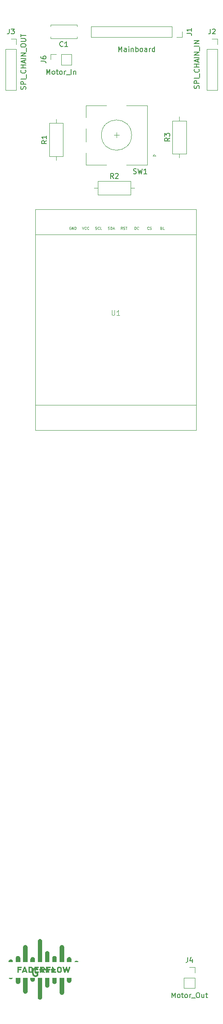
<source format=gbr>
%TF.GenerationSoftware,KiCad,Pcbnew,9.0.3*%
%TF.CreationDate,2026-02-16T14:50:12+01:00*%
%TF.ProjectId,Channel,4368616e-6e65-46c2-9e6b-696361645f70,rev?*%
%TF.SameCoordinates,Original*%
%TF.FileFunction,Legend,Top*%
%TF.FilePolarity,Positive*%
%FSLAX46Y46*%
G04 Gerber Fmt 4.6, Leading zero omitted, Abs format (unit mm)*
G04 Created by KiCad (PCBNEW 9.0.3) date 2026-02-16 14:50:12*
%MOMM*%
%LPD*%
G01*
G04 APERTURE LIST*
%ADD10C,0.300000*%
%ADD11C,0.150000*%
%ADD12C,0.100000*%
%ADD13C,0.000000*%
%ADD14C,0.120000*%
%ADD15C,0.050000*%
G04 APERTURE END LIST*
D10*
X52178572Y-232249757D02*
X52035715Y-232178328D01*
X52035715Y-232178328D02*
X51821429Y-232178328D01*
X51821429Y-232178328D02*
X51607143Y-232249757D01*
X51607143Y-232249757D02*
X51464286Y-232392614D01*
X51464286Y-232392614D02*
X51392857Y-232535471D01*
X51392857Y-232535471D02*
X51321429Y-232821185D01*
X51321429Y-232821185D02*
X51321429Y-233035471D01*
X51321429Y-233035471D02*
X51392857Y-233321185D01*
X51392857Y-233321185D02*
X51464286Y-233464042D01*
X51464286Y-233464042D02*
X51607143Y-233606900D01*
X51607143Y-233606900D02*
X51821429Y-233678328D01*
X51821429Y-233678328D02*
X51964286Y-233678328D01*
X51964286Y-233678328D02*
X52178572Y-233606900D01*
X52178572Y-233606900D02*
X52250000Y-233535471D01*
X52250000Y-233535471D02*
X52250000Y-233035471D01*
X52250000Y-233035471D02*
X51964286Y-233035471D01*
X53107143Y-232178328D02*
X53107143Y-232535471D01*
X52750000Y-232392614D02*
X53107143Y-232535471D01*
X53107143Y-232535471D02*
X53464286Y-232392614D01*
X52892857Y-232821185D02*
X53107143Y-232535471D01*
X53107143Y-232535471D02*
X53321429Y-232821185D01*
X54250000Y-232178328D02*
X54250000Y-232535471D01*
X53892857Y-232392614D02*
X54250000Y-232535471D01*
X54250000Y-232535471D02*
X54607143Y-232392614D01*
X54035714Y-232821185D02*
X54250000Y-232535471D01*
X54250000Y-232535471D02*
X54464286Y-232821185D01*
X55392857Y-232178328D02*
X55392857Y-232535471D01*
X55035714Y-232392614D02*
X55392857Y-232535471D01*
X55392857Y-232535471D02*
X55750000Y-232392614D01*
X55178571Y-232821185D02*
X55392857Y-232535471D01*
X55392857Y-232535471D02*
X55607143Y-232821185D01*
D11*
X86666666Y-45954819D02*
X86666666Y-46669104D01*
X86666666Y-46669104D02*
X86619047Y-46811961D01*
X86619047Y-46811961D02*
X86523809Y-46907200D01*
X86523809Y-46907200D02*
X86380952Y-46954819D01*
X86380952Y-46954819D02*
X86285714Y-46954819D01*
X87095238Y-46050057D02*
X87142857Y-46002438D01*
X87142857Y-46002438D02*
X87238095Y-45954819D01*
X87238095Y-45954819D02*
X87476190Y-45954819D01*
X87476190Y-45954819D02*
X87571428Y-46002438D01*
X87571428Y-46002438D02*
X87619047Y-46050057D01*
X87619047Y-46050057D02*
X87666666Y-46145295D01*
X87666666Y-46145295D02*
X87666666Y-46240533D01*
X87666666Y-46240533D02*
X87619047Y-46383390D01*
X87619047Y-46383390D02*
X87047619Y-46954819D01*
X87047619Y-46954819D02*
X87666666Y-46954819D01*
X84407200Y-57761903D02*
X84454819Y-57619046D01*
X84454819Y-57619046D02*
X84454819Y-57380951D01*
X84454819Y-57380951D02*
X84407200Y-57285713D01*
X84407200Y-57285713D02*
X84359580Y-57238094D01*
X84359580Y-57238094D02*
X84264342Y-57190475D01*
X84264342Y-57190475D02*
X84169104Y-57190475D01*
X84169104Y-57190475D02*
X84073866Y-57238094D01*
X84073866Y-57238094D02*
X84026247Y-57285713D01*
X84026247Y-57285713D02*
X83978628Y-57380951D01*
X83978628Y-57380951D02*
X83931009Y-57571427D01*
X83931009Y-57571427D02*
X83883390Y-57666665D01*
X83883390Y-57666665D02*
X83835771Y-57714284D01*
X83835771Y-57714284D02*
X83740533Y-57761903D01*
X83740533Y-57761903D02*
X83645295Y-57761903D01*
X83645295Y-57761903D02*
X83550057Y-57714284D01*
X83550057Y-57714284D02*
X83502438Y-57666665D01*
X83502438Y-57666665D02*
X83454819Y-57571427D01*
X83454819Y-57571427D02*
X83454819Y-57333332D01*
X83454819Y-57333332D02*
X83502438Y-57190475D01*
X84454819Y-56761903D02*
X83454819Y-56761903D01*
X83454819Y-56761903D02*
X83454819Y-56380951D01*
X83454819Y-56380951D02*
X83502438Y-56285713D01*
X83502438Y-56285713D02*
X83550057Y-56238094D01*
X83550057Y-56238094D02*
X83645295Y-56190475D01*
X83645295Y-56190475D02*
X83788152Y-56190475D01*
X83788152Y-56190475D02*
X83883390Y-56238094D01*
X83883390Y-56238094D02*
X83931009Y-56285713D01*
X83931009Y-56285713D02*
X83978628Y-56380951D01*
X83978628Y-56380951D02*
X83978628Y-56761903D01*
X84454819Y-55761903D02*
X83454819Y-55761903D01*
X84550057Y-55523809D02*
X84550057Y-54761904D01*
X84359580Y-53952380D02*
X84407200Y-53999999D01*
X84407200Y-53999999D02*
X84454819Y-54142856D01*
X84454819Y-54142856D02*
X84454819Y-54238094D01*
X84454819Y-54238094D02*
X84407200Y-54380951D01*
X84407200Y-54380951D02*
X84311961Y-54476189D01*
X84311961Y-54476189D02*
X84216723Y-54523808D01*
X84216723Y-54523808D02*
X84026247Y-54571427D01*
X84026247Y-54571427D02*
X83883390Y-54571427D01*
X83883390Y-54571427D02*
X83692914Y-54523808D01*
X83692914Y-54523808D02*
X83597676Y-54476189D01*
X83597676Y-54476189D02*
X83502438Y-54380951D01*
X83502438Y-54380951D02*
X83454819Y-54238094D01*
X83454819Y-54238094D02*
X83454819Y-54142856D01*
X83454819Y-54142856D02*
X83502438Y-53999999D01*
X83502438Y-53999999D02*
X83550057Y-53952380D01*
X84454819Y-53523808D02*
X83454819Y-53523808D01*
X83931009Y-53523808D02*
X83931009Y-52952380D01*
X84454819Y-52952380D02*
X83454819Y-52952380D01*
X84169104Y-52523808D02*
X84169104Y-52047618D01*
X84454819Y-52619046D02*
X83454819Y-52285713D01*
X83454819Y-52285713D02*
X84454819Y-51952380D01*
X84454819Y-51619046D02*
X83454819Y-51619046D01*
X84454819Y-51142856D02*
X83454819Y-51142856D01*
X83454819Y-51142856D02*
X84454819Y-50571428D01*
X84454819Y-50571428D02*
X83454819Y-50571428D01*
X84550057Y-50333333D02*
X84550057Y-49571428D01*
X84454819Y-49333332D02*
X83454819Y-49333332D01*
X84454819Y-48857142D02*
X83454819Y-48857142D01*
X83454819Y-48857142D02*
X84454819Y-48285714D01*
X84454819Y-48285714D02*
X83454819Y-48285714D01*
X78584819Y-67586666D02*
X78108628Y-67919999D01*
X78584819Y-68158094D02*
X77584819Y-68158094D01*
X77584819Y-68158094D02*
X77584819Y-67777142D01*
X77584819Y-67777142D02*
X77632438Y-67681904D01*
X77632438Y-67681904D02*
X77680057Y-67634285D01*
X77680057Y-67634285D02*
X77775295Y-67586666D01*
X77775295Y-67586666D02*
X77918152Y-67586666D01*
X77918152Y-67586666D02*
X78013390Y-67634285D01*
X78013390Y-67634285D02*
X78061009Y-67681904D01*
X78061009Y-67681904D02*
X78108628Y-67777142D01*
X78108628Y-67777142D02*
X78108628Y-68158094D01*
X77584819Y-67253332D02*
X77584819Y-66634285D01*
X77584819Y-66634285D02*
X77965771Y-66967618D01*
X77965771Y-66967618D02*
X77965771Y-66824761D01*
X77965771Y-66824761D02*
X78013390Y-66729523D01*
X78013390Y-66729523D02*
X78061009Y-66681904D01*
X78061009Y-66681904D02*
X78156247Y-66634285D01*
X78156247Y-66634285D02*
X78394342Y-66634285D01*
X78394342Y-66634285D02*
X78489580Y-66681904D01*
X78489580Y-66681904D02*
X78537200Y-66729523D01*
X78537200Y-66729523D02*
X78584819Y-66824761D01*
X78584819Y-66824761D02*
X78584819Y-67110475D01*
X78584819Y-67110475D02*
X78537200Y-67205713D01*
X78537200Y-67205713D02*
X78489580Y-67253332D01*
D12*
X67063095Y-101707419D02*
X67063095Y-102516942D01*
X67063095Y-102516942D02*
X67110714Y-102612180D01*
X67110714Y-102612180D02*
X67158333Y-102659800D01*
X67158333Y-102659800D02*
X67253571Y-102707419D01*
X67253571Y-102707419D02*
X67444047Y-102707419D01*
X67444047Y-102707419D02*
X67539285Y-102659800D01*
X67539285Y-102659800D02*
X67586904Y-102612180D01*
X67586904Y-102612180D02*
X67634523Y-102516942D01*
X67634523Y-102516942D02*
X67634523Y-101707419D01*
X68634523Y-102707419D02*
X68063095Y-102707419D01*
X68348809Y-102707419D02*
X68348809Y-101707419D01*
X68348809Y-101707419D02*
X68253571Y-101850276D01*
X68253571Y-101850276D02*
X68158333Y-101945514D01*
X68158333Y-101945514D02*
X68063095Y-101993133D01*
X76898333Y-85421704D02*
X76969761Y-85445514D01*
X76969761Y-85445514D02*
X76993571Y-85469323D01*
X76993571Y-85469323D02*
X77017380Y-85516942D01*
X77017380Y-85516942D02*
X77017380Y-85588371D01*
X77017380Y-85588371D02*
X76993571Y-85635990D01*
X76993571Y-85635990D02*
X76969761Y-85659800D01*
X76969761Y-85659800D02*
X76922142Y-85683609D01*
X76922142Y-85683609D02*
X76731666Y-85683609D01*
X76731666Y-85683609D02*
X76731666Y-85183609D01*
X76731666Y-85183609D02*
X76898333Y-85183609D01*
X76898333Y-85183609D02*
X76945952Y-85207419D01*
X76945952Y-85207419D02*
X76969761Y-85231228D01*
X76969761Y-85231228D02*
X76993571Y-85278847D01*
X76993571Y-85278847D02*
X76993571Y-85326466D01*
X76993571Y-85326466D02*
X76969761Y-85374085D01*
X76969761Y-85374085D02*
X76945952Y-85397895D01*
X76945952Y-85397895D02*
X76898333Y-85421704D01*
X76898333Y-85421704D02*
X76731666Y-85421704D01*
X77469761Y-85683609D02*
X77231666Y-85683609D01*
X77231666Y-85683609D02*
X77231666Y-85183609D01*
X58904047Y-85207419D02*
X58856428Y-85183609D01*
X58856428Y-85183609D02*
X58784999Y-85183609D01*
X58784999Y-85183609D02*
X58713571Y-85207419D01*
X58713571Y-85207419D02*
X58665952Y-85255038D01*
X58665952Y-85255038D02*
X58642142Y-85302657D01*
X58642142Y-85302657D02*
X58618333Y-85397895D01*
X58618333Y-85397895D02*
X58618333Y-85469323D01*
X58618333Y-85469323D02*
X58642142Y-85564561D01*
X58642142Y-85564561D02*
X58665952Y-85612180D01*
X58665952Y-85612180D02*
X58713571Y-85659800D01*
X58713571Y-85659800D02*
X58784999Y-85683609D01*
X58784999Y-85683609D02*
X58832618Y-85683609D01*
X58832618Y-85683609D02*
X58904047Y-85659800D01*
X58904047Y-85659800D02*
X58927856Y-85635990D01*
X58927856Y-85635990D02*
X58927856Y-85469323D01*
X58927856Y-85469323D02*
X58832618Y-85469323D01*
X59142142Y-85683609D02*
X59142142Y-85183609D01*
X59142142Y-85183609D02*
X59427856Y-85683609D01*
X59427856Y-85683609D02*
X59427856Y-85183609D01*
X59665952Y-85683609D02*
X59665952Y-85183609D01*
X59665952Y-85183609D02*
X59785000Y-85183609D01*
X59785000Y-85183609D02*
X59856428Y-85207419D01*
X59856428Y-85207419D02*
X59904047Y-85255038D01*
X59904047Y-85255038D02*
X59927857Y-85302657D01*
X59927857Y-85302657D02*
X59951666Y-85397895D01*
X59951666Y-85397895D02*
X59951666Y-85469323D01*
X59951666Y-85469323D02*
X59927857Y-85564561D01*
X59927857Y-85564561D02*
X59904047Y-85612180D01*
X59904047Y-85612180D02*
X59856428Y-85659800D01*
X59856428Y-85659800D02*
X59785000Y-85683609D01*
X59785000Y-85683609D02*
X59665952Y-85683609D01*
X66297858Y-85659800D02*
X66369286Y-85683609D01*
X66369286Y-85683609D02*
X66488334Y-85683609D01*
X66488334Y-85683609D02*
X66535953Y-85659800D01*
X66535953Y-85659800D02*
X66559762Y-85635990D01*
X66559762Y-85635990D02*
X66583572Y-85588371D01*
X66583572Y-85588371D02*
X66583572Y-85540752D01*
X66583572Y-85540752D02*
X66559762Y-85493133D01*
X66559762Y-85493133D02*
X66535953Y-85469323D01*
X66535953Y-85469323D02*
X66488334Y-85445514D01*
X66488334Y-85445514D02*
X66393096Y-85421704D01*
X66393096Y-85421704D02*
X66345477Y-85397895D01*
X66345477Y-85397895D02*
X66321667Y-85374085D01*
X66321667Y-85374085D02*
X66297858Y-85326466D01*
X66297858Y-85326466D02*
X66297858Y-85278847D01*
X66297858Y-85278847D02*
X66321667Y-85231228D01*
X66321667Y-85231228D02*
X66345477Y-85207419D01*
X66345477Y-85207419D02*
X66393096Y-85183609D01*
X66393096Y-85183609D02*
X66512143Y-85183609D01*
X66512143Y-85183609D02*
X66583572Y-85207419D01*
X66797857Y-85683609D02*
X66797857Y-85183609D01*
X66797857Y-85183609D02*
X66916905Y-85183609D01*
X66916905Y-85183609D02*
X66988333Y-85207419D01*
X66988333Y-85207419D02*
X67035952Y-85255038D01*
X67035952Y-85255038D02*
X67059762Y-85302657D01*
X67059762Y-85302657D02*
X67083571Y-85397895D01*
X67083571Y-85397895D02*
X67083571Y-85469323D01*
X67083571Y-85469323D02*
X67059762Y-85564561D01*
X67059762Y-85564561D02*
X67035952Y-85612180D01*
X67035952Y-85612180D02*
X66988333Y-85659800D01*
X66988333Y-85659800D02*
X66916905Y-85683609D01*
X66916905Y-85683609D02*
X66797857Y-85683609D01*
X67274048Y-85540752D02*
X67512143Y-85540752D01*
X67226429Y-85683609D02*
X67393095Y-85183609D01*
X67393095Y-85183609D02*
X67559762Y-85683609D01*
X61158334Y-85183609D02*
X61325000Y-85683609D01*
X61325000Y-85683609D02*
X61491667Y-85183609D01*
X61944047Y-85635990D02*
X61920238Y-85659800D01*
X61920238Y-85659800D02*
X61848809Y-85683609D01*
X61848809Y-85683609D02*
X61801190Y-85683609D01*
X61801190Y-85683609D02*
X61729762Y-85659800D01*
X61729762Y-85659800D02*
X61682143Y-85612180D01*
X61682143Y-85612180D02*
X61658333Y-85564561D01*
X61658333Y-85564561D02*
X61634524Y-85469323D01*
X61634524Y-85469323D02*
X61634524Y-85397895D01*
X61634524Y-85397895D02*
X61658333Y-85302657D01*
X61658333Y-85302657D02*
X61682143Y-85255038D01*
X61682143Y-85255038D02*
X61729762Y-85207419D01*
X61729762Y-85207419D02*
X61801190Y-85183609D01*
X61801190Y-85183609D02*
X61848809Y-85183609D01*
X61848809Y-85183609D02*
X61920238Y-85207419D01*
X61920238Y-85207419D02*
X61944047Y-85231228D01*
X62444047Y-85635990D02*
X62420238Y-85659800D01*
X62420238Y-85659800D02*
X62348809Y-85683609D01*
X62348809Y-85683609D02*
X62301190Y-85683609D01*
X62301190Y-85683609D02*
X62229762Y-85659800D01*
X62229762Y-85659800D02*
X62182143Y-85612180D01*
X62182143Y-85612180D02*
X62158333Y-85564561D01*
X62158333Y-85564561D02*
X62134524Y-85469323D01*
X62134524Y-85469323D02*
X62134524Y-85397895D01*
X62134524Y-85397895D02*
X62158333Y-85302657D01*
X62158333Y-85302657D02*
X62182143Y-85255038D01*
X62182143Y-85255038D02*
X62229762Y-85207419D01*
X62229762Y-85207419D02*
X62301190Y-85183609D01*
X62301190Y-85183609D02*
X62348809Y-85183609D01*
X62348809Y-85183609D02*
X62420238Y-85207419D01*
X62420238Y-85207419D02*
X62444047Y-85231228D01*
X71604047Y-85683609D02*
X71604047Y-85183609D01*
X71604047Y-85183609D02*
X71723095Y-85183609D01*
X71723095Y-85183609D02*
X71794523Y-85207419D01*
X71794523Y-85207419D02*
X71842142Y-85255038D01*
X71842142Y-85255038D02*
X71865952Y-85302657D01*
X71865952Y-85302657D02*
X71889761Y-85397895D01*
X71889761Y-85397895D02*
X71889761Y-85469323D01*
X71889761Y-85469323D02*
X71865952Y-85564561D01*
X71865952Y-85564561D02*
X71842142Y-85612180D01*
X71842142Y-85612180D02*
X71794523Y-85659800D01*
X71794523Y-85659800D02*
X71723095Y-85683609D01*
X71723095Y-85683609D02*
X71604047Y-85683609D01*
X72389761Y-85635990D02*
X72365952Y-85659800D01*
X72365952Y-85659800D02*
X72294523Y-85683609D01*
X72294523Y-85683609D02*
X72246904Y-85683609D01*
X72246904Y-85683609D02*
X72175476Y-85659800D01*
X72175476Y-85659800D02*
X72127857Y-85612180D01*
X72127857Y-85612180D02*
X72104047Y-85564561D01*
X72104047Y-85564561D02*
X72080238Y-85469323D01*
X72080238Y-85469323D02*
X72080238Y-85397895D01*
X72080238Y-85397895D02*
X72104047Y-85302657D01*
X72104047Y-85302657D02*
X72127857Y-85255038D01*
X72127857Y-85255038D02*
X72175476Y-85207419D01*
X72175476Y-85207419D02*
X72246904Y-85183609D01*
X72246904Y-85183609D02*
X72294523Y-85183609D01*
X72294523Y-85183609D02*
X72365952Y-85207419D01*
X72365952Y-85207419D02*
X72389761Y-85231228D01*
X63769762Y-85659800D02*
X63841190Y-85683609D01*
X63841190Y-85683609D02*
X63960238Y-85683609D01*
X63960238Y-85683609D02*
X64007857Y-85659800D01*
X64007857Y-85659800D02*
X64031666Y-85635990D01*
X64031666Y-85635990D02*
X64055476Y-85588371D01*
X64055476Y-85588371D02*
X64055476Y-85540752D01*
X64055476Y-85540752D02*
X64031666Y-85493133D01*
X64031666Y-85493133D02*
X64007857Y-85469323D01*
X64007857Y-85469323D02*
X63960238Y-85445514D01*
X63960238Y-85445514D02*
X63865000Y-85421704D01*
X63865000Y-85421704D02*
X63817381Y-85397895D01*
X63817381Y-85397895D02*
X63793571Y-85374085D01*
X63793571Y-85374085D02*
X63769762Y-85326466D01*
X63769762Y-85326466D02*
X63769762Y-85278847D01*
X63769762Y-85278847D02*
X63793571Y-85231228D01*
X63793571Y-85231228D02*
X63817381Y-85207419D01*
X63817381Y-85207419D02*
X63865000Y-85183609D01*
X63865000Y-85183609D02*
X63984047Y-85183609D01*
X63984047Y-85183609D02*
X64055476Y-85207419D01*
X64555475Y-85635990D02*
X64531666Y-85659800D01*
X64531666Y-85659800D02*
X64460237Y-85683609D01*
X64460237Y-85683609D02*
X64412618Y-85683609D01*
X64412618Y-85683609D02*
X64341190Y-85659800D01*
X64341190Y-85659800D02*
X64293571Y-85612180D01*
X64293571Y-85612180D02*
X64269761Y-85564561D01*
X64269761Y-85564561D02*
X64245952Y-85469323D01*
X64245952Y-85469323D02*
X64245952Y-85397895D01*
X64245952Y-85397895D02*
X64269761Y-85302657D01*
X64269761Y-85302657D02*
X64293571Y-85255038D01*
X64293571Y-85255038D02*
X64341190Y-85207419D01*
X64341190Y-85207419D02*
X64412618Y-85183609D01*
X64412618Y-85183609D02*
X64460237Y-85183609D01*
X64460237Y-85183609D02*
X64531666Y-85207419D01*
X64531666Y-85207419D02*
X64555475Y-85231228D01*
X65007856Y-85683609D02*
X64769761Y-85683609D01*
X64769761Y-85683609D02*
X64769761Y-85183609D01*
X74441666Y-85635990D02*
X74417857Y-85659800D01*
X74417857Y-85659800D02*
X74346428Y-85683609D01*
X74346428Y-85683609D02*
X74298809Y-85683609D01*
X74298809Y-85683609D02*
X74227381Y-85659800D01*
X74227381Y-85659800D02*
X74179762Y-85612180D01*
X74179762Y-85612180D02*
X74155952Y-85564561D01*
X74155952Y-85564561D02*
X74132143Y-85469323D01*
X74132143Y-85469323D02*
X74132143Y-85397895D01*
X74132143Y-85397895D02*
X74155952Y-85302657D01*
X74155952Y-85302657D02*
X74179762Y-85255038D01*
X74179762Y-85255038D02*
X74227381Y-85207419D01*
X74227381Y-85207419D02*
X74298809Y-85183609D01*
X74298809Y-85183609D02*
X74346428Y-85183609D01*
X74346428Y-85183609D02*
X74417857Y-85207419D01*
X74417857Y-85207419D02*
X74441666Y-85231228D01*
X74632143Y-85659800D02*
X74703571Y-85683609D01*
X74703571Y-85683609D02*
X74822619Y-85683609D01*
X74822619Y-85683609D02*
X74870238Y-85659800D01*
X74870238Y-85659800D02*
X74894047Y-85635990D01*
X74894047Y-85635990D02*
X74917857Y-85588371D01*
X74917857Y-85588371D02*
X74917857Y-85540752D01*
X74917857Y-85540752D02*
X74894047Y-85493133D01*
X74894047Y-85493133D02*
X74870238Y-85469323D01*
X74870238Y-85469323D02*
X74822619Y-85445514D01*
X74822619Y-85445514D02*
X74727381Y-85421704D01*
X74727381Y-85421704D02*
X74679762Y-85397895D01*
X74679762Y-85397895D02*
X74655952Y-85374085D01*
X74655952Y-85374085D02*
X74632143Y-85326466D01*
X74632143Y-85326466D02*
X74632143Y-85278847D01*
X74632143Y-85278847D02*
X74655952Y-85231228D01*
X74655952Y-85231228D02*
X74679762Y-85207419D01*
X74679762Y-85207419D02*
X74727381Y-85183609D01*
X74727381Y-85183609D02*
X74846428Y-85183609D01*
X74846428Y-85183609D02*
X74917857Y-85207419D01*
X69171190Y-85683609D02*
X69004524Y-85445514D01*
X68885476Y-85683609D02*
X68885476Y-85183609D01*
X68885476Y-85183609D02*
X69075952Y-85183609D01*
X69075952Y-85183609D02*
X69123571Y-85207419D01*
X69123571Y-85207419D02*
X69147381Y-85231228D01*
X69147381Y-85231228D02*
X69171190Y-85278847D01*
X69171190Y-85278847D02*
X69171190Y-85350276D01*
X69171190Y-85350276D02*
X69147381Y-85397895D01*
X69147381Y-85397895D02*
X69123571Y-85421704D01*
X69123571Y-85421704D02*
X69075952Y-85445514D01*
X69075952Y-85445514D02*
X68885476Y-85445514D01*
X69361667Y-85659800D02*
X69433095Y-85683609D01*
X69433095Y-85683609D02*
X69552143Y-85683609D01*
X69552143Y-85683609D02*
X69599762Y-85659800D01*
X69599762Y-85659800D02*
X69623571Y-85635990D01*
X69623571Y-85635990D02*
X69647381Y-85588371D01*
X69647381Y-85588371D02*
X69647381Y-85540752D01*
X69647381Y-85540752D02*
X69623571Y-85493133D01*
X69623571Y-85493133D02*
X69599762Y-85469323D01*
X69599762Y-85469323D02*
X69552143Y-85445514D01*
X69552143Y-85445514D02*
X69456905Y-85421704D01*
X69456905Y-85421704D02*
X69409286Y-85397895D01*
X69409286Y-85397895D02*
X69385476Y-85374085D01*
X69385476Y-85374085D02*
X69361667Y-85326466D01*
X69361667Y-85326466D02*
X69361667Y-85278847D01*
X69361667Y-85278847D02*
X69385476Y-85231228D01*
X69385476Y-85231228D02*
X69409286Y-85207419D01*
X69409286Y-85207419D02*
X69456905Y-85183609D01*
X69456905Y-85183609D02*
X69575952Y-85183609D01*
X69575952Y-85183609D02*
X69647381Y-85207419D01*
X69790238Y-85183609D02*
X70075952Y-85183609D01*
X69933095Y-85683609D02*
X69933095Y-85183609D01*
D11*
X81954819Y-46833333D02*
X82669104Y-46833333D01*
X82669104Y-46833333D02*
X82811961Y-46880952D01*
X82811961Y-46880952D02*
X82907200Y-46976190D01*
X82907200Y-46976190D02*
X82954819Y-47119047D01*
X82954819Y-47119047D02*
X82954819Y-47214285D01*
X82954819Y-45833333D02*
X82954819Y-46404761D01*
X82954819Y-46119047D02*
X81954819Y-46119047D01*
X81954819Y-46119047D02*
X82097676Y-46214285D01*
X82097676Y-46214285D02*
X82192914Y-46309523D01*
X82192914Y-46309523D02*
X82240533Y-46404761D01*
X68404762Y-50454819D02*
X68404762Y-49454819D01*
X68404762Y-49454819D02*
X68738095Y-50169104D01*
X68738095Y-50169104D02*
X69071428Y-49454819D01*
X69071428Y-49454819D02*
X69071428Y-50454819D01*
X69976190Y-50454819D02*
X69976190Y-49931009D01*
X69976190Y-49931009D02*
X69928571Y-49835771D01*
X69928571Y-49835771D02*
X69833333Y-49788152D01*
X69833333Y-49788152D02*
X69642857Y-49788152D01*
X69642857Y-49788152D02*
X69547619Y-49835771D01*
X69976190Y-50407200D02*
X69880952Y-50454819D01*
X69880952Y-50454819D02*
X69642857Y-50454819D01*
X69642857Y-50454819D02*
X69547619Y-50407200D01*
X69547619Y-50407200D02*
X69500000Y-50311961D01*
X69500000Y-50311961D02*
X69500000Y-50216723D01*
X69500000Y-50216723D02*
X69547619Y-50121485D01*
X69547619Y-50121485D02*
X69642857Y-50073866D01*
X69642857Y-50073866D02*
X69880952Y-50073866D01*
X69880952Y-50073866D02*
X69976190Y-50026247D01*
X70452381Y-50454819D02*
X70452381Y-49788152D01*
X70452381Y-49454819D02*
X70404762Y-49502438D01*
X70404762Y-49502438D02*
X70452381Y-49550057D01*
X70452381Y-49550057D02*
X70500000Y-49502438D01*
X70500000Y-49502438D02*
X70452381Y-49454819D01*
X70452381Y-49454819D02*
X70452381Y-49550057D01*
X70928571Y-49788152D02*
X70928571Y-50454819D01*
X70928571Y-49883390D02*
X70976190Y-49835771D01*
X70976190Y-49835771D02*
X71071428Y-49788152D01*
X71071428Y-49788152D02*
X71214285Y-49788152D01*
X71214285Y-49788152D02*
X71309523Y-49835771D01*
X71309523Y-49835771D02*
X71357142Y-49931009D01*
X71357142Y-49931009D02*
X71357142Y-50454819D01*
X71833333Y-50454819D02*
X71833333Y-49454819D01*
X71833333Y-49835771D02*
X71928571Y-49788152D01*
X71928571Y-49788152D02*
X72119047Y-49788152D01*
X72119047Y-49788152D02*
X72214285Y-49835771D01*
X72214285Y-49835771D02*
X72261904Y-49883390D01*
X72261904Y-49883390D02*
X72309523Y-49978628D01*
X72309523Y-49978628D02*
X72309523Y-50264342D01*
X72309523Y-50264342D02*
X72261904Y-50359580D01*
X72261904Y-50359580D02*
X72214285Y-50407200D01*
X72214285Y-50407200D02*
X72119047Y-50454819D01*
X72119047Y-50454819D02*
X71928571Y-50454819D01*
X71928571Y-50454819D02*
X71833333Y-50407200D01*
X72880952Y-50454819D02*
X72785714Y-50407200D01*
X72785714Y-50407200D02*
X72738095Y-50359580D01*
X72738095Y-50359580D02*
X72690476Y-50264342D01*
X72690476Y-50264342D02*
X72690476Y-49978628D01*
X72690476Y-49978628D02*
X72738095Y-49883390D01*
X72738095Y-49883390D02*
X72785714Y-49835771D01*
X72785714Y-49835771D02*
X72880952Y-49788152D01*
X72880952Y-49788152D02*
X73023809Y-49788152D01*
X73023809Y-49788152D02*
X73119047Y-49835771D01*
X73119047Y-49835771D02*
X73166666Y-49883390D01*
X73166666Y-49883390D02*
X73214285Y-49978628D01*
X73214285Y-49978628D02*
X73214285Y-50264342D01*
X73214285Y-50264342D02*
X73166666Y-50359580D01*
X73166666Y-50359580D02*
X73119047Y-50407200D01*
X73119047Y-50407200D02*
X73023809Y-50454819D01*
X73023809Y-50454819D02*
X72880952Y-50454819D01*
X74071428Y-50454819D02*
X74071428Y-49931009D01*
X74071428Y-49931009D02*
X74023809Y-49835771D01*
X74023809Y-49835771D02*
X73928571Y-49788152D01*
X73928571Y-49788152D02*
X73738095Y-49788152D01*
X73738095Y-49788152D02*
X73642857Y-49835771D01*
X74071428Y-50407200D02*
X73976190Y-50454819D01*
X73976190Y-50454819D02*
X73738095Y-50454819D01*
X73738095Y-50454819D02*
X73642857Y-50407200D01*
X73642857Y-50407200D02*
X73595238Y-50311961D01*
X73595238Y-50311961D02*
X73595238Y-50216723D01*
X73595238Y-50216723D02*
X73642857Y-50121485D01*
X73642857Y-50121485D02*
X73738095Y-50073866D01*
X73738095Y-50073866D02*
X73976190Y-50073866D01*
X73976190Y-50073866D02*
X74071428Y-50026247D01*
X74547619Y-50454819D02*
X74547619Y-49788152D01*
X74547619Y-49978628D02*
X74595238Y-49883390D01*
X74595238Y-49883390D02*
X74642857Y-49835771D01*
X74642857Y-49835771D02*
X74738095Y-49788152D01*
X74738095Y-49788152D02*
X74833333Y-49788152D01*
X75595238Y-50454819D02*
X75595238Y-49454819D01*
X75595238Y-50407200D02*
X75500000Y-50454819D01*
X75500000Y-50454819D02*
X75309524Y-50454819D01*
X75309524Y-50454819D02*
X75214286Y-50407200D01*
X75214286Y-50407200D02*
X75166667Y-50359580D01*
X75166667Y-50359580D02*
X75119048Y-50264342D01*
X75119048Y-50264342D02*
X75119048Y-49978628D01*
X75119048Y-49978628D02*
X75166667Y-49883390D01*
X75166667Y-49883390D02*
X75214286Y-49835771D01*
X75214286Y-49835771D02*
X75309524Y-49788152D01*
X75309524Y-49788152D02*
X75500000Y-49788152D01*
X75500000Y-49788152D02*
X75595238Y-49835771D01*
X82166666Y-229954819D02*
X82166666Y-230669104D01*
X82166666Y-230669104D02*
X82119047Y-230811961D01*
X82119047Y-230811961D02*
X82023809Y-230907200D01*
X82023809Y-230907200D02*
X81880952Y-230954819D01*
X81880952Y-230954819D02*
X81785714Y-230954819D01*
X83071428Y-230288152D02*
X83071428Y-230954819D01*
X82833333Y-229907200D02*
X82595238Y-230621485D01*
X82595238Y-230621485D02*
X83214285Y-230621485D01*
X79023809Y-237954819D02*
X79023809Y-236954819D01*
X79023809Y-236954819D02*
X79357142Y-237669104D01*
X79357142Y-237669104D02*
X79690475Y-236954819D01*
X79690475Y-236954819D02*
X79690475Y-237954819D01*
X80309523Y-237954819D02*
X80214285Y-237907200D01*
X80214285Y-237907200D02*
X80166666Y-237859580D01*
X80166666Y-237859580D02*
X80119047Y-237764342D01*
X80119047Y-237764342D02*
X80119047Y-237478628D01*
X80119047Y-237478628D02*
X80166666Y-237383390D01*
X80166666Y-237383390D02*
X80214285Y-237335771D01*
X80214285Y-237335771D02*
X80309523Y-237288152D01*
X80309523Y-237288152D02*
X80452380Y-237288152D01*
X80452380Y-237288152D02*
X80547618Y-237335771D01*
X80547618Y-237335771D02*
X80595237Y-237383390D01*
X80595237Y-237383390D02*
X80642856Y-237478628D01*
X80642856Y-237478628D02*
X80642856Y-237764342D01*
X80642856Y-237764342D02*
X80595237Y-237859580D01*
X80595237Y-237859580D02*
X80547618Y-237907200D01*
X80547618Y-237907200D02*
X80452380Y-237954819D01*
X80452380Y-237954819D02*
X80309523Y-237954819D01*
X80928571Y-237288152D02*
X81309523Y-237288152D01*
X81071428Y-236954819D02*
X81071428Y-237811961D01*
X81071428Y-237811961D02*
X81119047Y-237907200D01*
X81119047Y-237907200D02*
X81214285Y-237954819D01*
X81214285Y-237954819D02*
X81309523Y-237954819D01*
X81785714Y-237954819D02*
X81690476Y-237907200D01*
X81690476Y-237907200D02*
X81642857Y-237859580D01*
X81642857Y-237859580D02*
X81595238Y-237764342D01*
X81595238Y-237764342D02*
X81595238Y-237478628D01*
X81595238Y-237478628D02*
X81642857Y-237383390D01*
X81642857Y-237383390D02*
X81690476Y-237335771D01*
X81690476Y-237335771D02*
X81785714Y-237288152D01*
X81785714Y-237288152D02*
X81928571Y-237288152D01*
X81928571Y-237288152D02*
X82023809Y-237335771D01*
X82023809Y-237335771D02*
X82071428Y-237383390D01*
X82071428Y-237383390D02*
X82119047Y-237478628D01*
X82119047Y-237478628D02*
X82119047Y-237764342D01*
X82119047Y-237764342D02*
X82071428Y-237859580D01*
X82071428Y-237859580D02*
X82023809Y-237907200D01*
X82023809Y-237907200D02*
X81928571Y-237954819D01*
X81928571Y-237954819D02*
X81785714Y-237954819D01*
X82547619Y-237954819D02*
X82547619Y-237288152D01*
X82547619Y-237478628D02*
X82595238Y-237383390D01*
X82595238Y-237383390D02*
X82642857Y-237335771D01*
X82642857Y-237335771D02*
X82738095Y-237288152D01*
X82738095Y-237288152D02*
X82833333Y-237288152D01*
X82928572Y-238050057D02*
X83690476Y-238050057D01*
X84119048Y-236954819D02*
X84309524Y-236954819D01*
X84309524Y-236954819D02*
X84404762Y-237002438D01*
X84404762Y-237002438D02*
X84500000Y-237097676D01*
X84500000Y-237097676D02*
X84547619Y-237288152D01*
X84547619Y-237288152D02*
X84547619Y-237621485D01*
X84547619Y-237621485D02*
X84500000Y-237811961D01*
X84500000Y-237811961D02*
X84404762Y-237907200D01*
X84404762Y-237907200D02*
X84309524Y-237954819D01*
X84309524Y-237954819D02*
X84119048Y-237954819D01*
X84119048Y-237954819D02*
X84023810Y-237907200D01*
X84023810Y-237907200D02*
X83928572Y-237811961D01*
X83928572Y-237811961D02*
X83880953Y-237621485D01*
X83880953Y-237621485D02*
X83880953Y-237288152D01*
X83880953Y-237288152D02*
X83928572Y-237097676D01*
X83928572Y-237097676D02*
X84023810Y-237002438D01*
X84023810Y-237002438D02*
X84119048Y-236954819D01*
X85404762Y-237288152D02*
X85404762Y-237954819D01*
X84976191Y-237288152D02*
X84976191Y-237811961D01*
X84976191Y-237811961D02*
X85023810Y-237907200D01*
X85023810Y-237907200D02*
X85119048Y-237954819D01*
X85119048Y-237954819D02*
X85261905Y-237954819D01*
X85261905Y-237954819D02*
X85357143Y-237907200D01*
X85357143Y-237907200D02*
X85404762Y-237859580D01*
X85738096Y-237288152D02*
X86119048Y-237288152D01*
X85880953Y-236954819D02*
X85880953Y-237811961D01*
X85880953Y-237811961D02*
X85928572Y-237907200D01*
X85928572Y-237907200D02*
X86023810Y-237954819D01*
X86023810Y-237954819D02*
X86119048Y-237954819D01*
X71366667Y-74607200D02*
X71509524Y-74654819D01*
X71509524Y-74654819D02*
X71747619Y-74654819D01*
X71747619Y-74654819D02*
X71842857Y-74607200D01*
X71842857Y-74607200D02*
X71890476Y-74559580D01*
X71890476Y-74559580D02*
X71938095Y-74464342D01*
X71938095Y-74464342D02*
X71938095Y-74369104D01*
X71938095Y-74369104D02*
X71890476Y-74273866D01*
X71890476Y-74273866D02*
X71842857Y-74226247D01*
X71842857Y-74226247D02*
X71747619Y-74178628D01*
X71747619Y-74178628D02*
X71557143Y-74131009D01*
X71557143Y-74131009D02*
X71461905Y-74083390D01*
X71461905Y-74083390D02*
X71414286Y-74035771D01*
X71414286Y-74035771D02*
X71366667Y-73940533D01*
X71366667Y-73940533D02*
X71366667Y-73845295D01*
X71366667Y-73845295D02*
X71414286Y-73750057D01*
X71414286Y-73750057D02*
X71461905Y-73702438D01*
X71461905Y-73702438D02*
X71557143Y-73654819D01*
X71557143Y-73654819D02*
X71795238Y-73654819D01*
X71795238Y-73654819D02*
X71938095Y-73702438D01*
X72271429Y-73654819D02*
X72509524Y-74654819D01*
X72509524Y-74654819D02*
X72700000Y-73940533D01*
X72700000Y-73940533D02*
X72890476Y-74654819D01*
X72890476Y-74654819D02*
X73128572Y-73654819D01*
X74033333Y-74654819D02*
X73461905Y-74654819D01*
X73747619Y-74654819D02*
X73747619Y-73654819D01*
X73747619Y-73654819D02*
X73652381Y-73797676D01*
X73652381Y-73797676D02*
X73557143Y-73892914D01*
X73557143Y-73892914D02*
X73461905Y-73940533D01*
X52954819Y-52333333D02*
X53669104Y-52333333D01*
X53669104Y-52333333D02*
X53811961Y-52380952D01*
X53811961Y-52380952D02*
X53907200Y-52476190D01*
X53907200Y-52476190D02*
X53954819Y-52619047D01*
X53954819Y-52619047D02*
X53954819Y-52714285D01*
X52954819Y-51428571D02*
X52954819Y-51619047D01*
X52954819Y-51619047D02*
X53002438Y-51714285D01*
X53002438Y-51714285D02*
X53050057Y-51761904D01*
X53050057Y-51761904D02*
X53192914Y-51857142D01*
X53192914Y-51857142D02*
X53383390Y-51904761D01*
X53383390Y-51904761D02*
X53764342Y-51904761D01*
X53764342Y-51904761D02*
X53859580Y-51857142D01*
X53859580Y-51857142D02*
X53907200Y-51809523D01*
X53907200Y-51809523D02*
X53954819Y-51714285D01*
X53954819Y-51714285D02*
X53954819Y-51523809D01*
X53954819Y-51523809D02*
X53907200Y-51428571D01*
X53907200Y-51428571D02*
X53859580Y-51380952D01*
X53859580Y-51380952D02*
X53764342Y-51333333D01*
X53764342Y-51333333D02*
X53526247Y-51333333D01*
X53526247Y-51333333D02*
X53431009Y-51380952D01*
X53431009Y-51380952D02*
X53383390Y-51428571D01*
X53383390Y-51428571D02*
X53335771Y-51523809D01*
X53335771Y-51523809D02*
X53335771Y-51714285D01*
X53335771Y-51714285D02*
X53383390Y-51809523D01*
X53383390Y-51809523D02*
X53431009Y-51857142D01*
X53431009Y-51857142D02*
X53526247Y-51904761D01*
X54095238Y-54954819D02*
X54095238Y-53954819D01*
X54095238Y-53954819D02*
X54428571Y-54669104D01*
X54428571Y-54669104D02*
X54761904Y-53954819D01*
X54761904Y-53954819D02*
X54761904Y-54954819D01*
X55380952Y-54954819D02*
X55285714Y-54907200D01*
X55285714Y-54907200D02*
X55238095Y-54859580D01*
X55238095Y-54859580D02*
X55190476Y-54764342D01*
X55190476Y-54764342D02*
X55190476Y-54478628D01*
X55190476Y-54478628D02*
X55238095Y-54383390D01*
X55238095Y-54383390D02*
X55285714Y-54335771D01*
X55285714Y-54335771D02*
X55380952Y-54288152D01*
X55380952Y-54288152D02*
X55523809Y-54288152D01*
X55523809Y-54288152D02*
X55619047Y-54335771D01*
X55619047Y-54335771D02*
X55666666Y-54383390D01*
X55666666Y-54383390D02*
X55714285Y-54478628D01*
X55714285Y-54478628D02*
X55714285Y-54764342D01*
X55714285Y-54764342D02*
X55666666Y-54859580D01*
X55666666Y-54859580D02*
X55619047Y-54907200D01*
X55619047Y-54907200D02*
X55523809Y-54954819D01*
X55523809Y-54954819D02*
X55380952Y-54954819D01*
X56000000Y-54288152D02*
X56380952Y-54288152D01*
X56142857Y-53954819D02*
X56142857Y-54811961D01*
X56142857Y-54811961D02*
X56190476Y-54907200D01*
X56190476Y-54907200D02*
X56285714Y-54954819D01*
X56285714Y-54954819D02*
X56380952Y-54954819D01*
X56857143Y-54954819D02*
X56761905Y-54907200D01*
X56761905Y-54907200D02*
X56714286Y-54859580D01*
X56714286Y-54859580D02*
X56666667Y-54764342D01*
X56666667Y-54764342D02*
X56666667Y-54478628D01*
X56666667Y-54478628D02*
X56714286Y-54383390D01*
X56714286Y-54383390D02*
X56761905Y-54335771D01*
X56761905Y-54335771D02*
X56857143Y-54288152D01*
X56857143Y-54288152D02*
X57000000Y-54288152D01*
X57000000Y-54288152D02*
X57095238Y-54335771D01*
X57095238Y-54335771D02*
X57142857Y-54383390D01*
X57142857Y-54383390D02*
X57190476Y-54478628D01*
X57190476Y-54478628D02*
X57190476Y-54764342D01*
X57190476Y-54764342D02*
X57142857Y-54859580D01*
X57142857Y-54859580D02*
X57095238Y-54907200D01*
X57095238Y-54907200D02*
X57000000Y-54954819D01*
X57000000Y-54954819D02*
X56857143Y-54954819D01*
X57619048Y-54954819D02*
X57619048Y-54288152D01*
X57619048Y-54478628D02*
X57666667Y-54383390D01*
X57666667Y-54383390D02*
X57714286Y-54335771D01*
X57714286Y-54335771D02*
X57809524Y-54288152D01*
X57809524Y-54288152D02*
X57904762Y-54288152D01*
X58000001Y-55050057D02*
X58761905Y-55050057D01*
X59000001Y-54954819D02*
X59000001Y-53954819D01*
X59476191Y-54288152D02*
X59476191Y-54954819D01*
X59476191Y-54383390D02*
X59523810Y-54335771D01*
X59523810Y-54335771D02*
X59619048Y-54288152D01*
X59619048Y-54288152D02*
X59761905Y-54288152D01*
X59761905Y-54288152D02*
X59857143Y-54335771D01*
X59857143Y-54335771D02*
X59904762Y-54431009D01*
X59904762Y-54431009D02*
X59904762Y-54954819D01*
X57333333Y-49359580D02*
X57285714Y-49407200D01*
X57285714Y-49407200D02*
X57142857Y-49454819D01*
X57142857Y-49454819D02*
X57047619Y-49454819D01*
X57047619Y-49454819D02*
X56904762Y-49407200D01*
X56904762Y-49407200D02*
X56809524Y-49311961D01*
X56809524Y-49311961D02*
X56761905Y-49216723D01*
X56761905Y-49216723D02*
X56714286Y-49026247D01*
X56714286Y-49026247D02*
X56714286Y-48883390D01*
X56714286Y-48883390D02*
X56761905Y-48692914D01*
X56761905Y-48692914D02*
X56809524Y-48597676D01*
X56809524Y-48597676D02*
X56904762Y-48502438D01*
X56904762Y-48502438D02*
X57047619Y-48454819D01*
X57047619Y-48454819D02*
X57142857Y-48454819D01*
X57142857Y-48454819D02*
X57285714Y-48502438D01*
X57285714Y-48502438D02*
X57333333Y-48550057D01*
X58285714Y-49454819D02*
X57714286Y-49454819D01*
X58000000Y-49454819D02*
X58000000Y-48454819D01*
X58000000Y-48454819D02*
X57904762Y-48597676D01*
X57904762Y-48597676D02*
X57809524Y-48692914D01*
X57809524Y-48692914D02*
X57714286Y-48740533D01*
X46666666Y-45954819D02*
X46666666Y-46669104D01*
X46666666Y-46669104D02*
X46619047Y-46811961D01*
X46619047Y-46811961D02*
X46523809Y-46907200D01*
X46523809Y-46907200D02*
X46380952Y-46954819D01*
X46380952Y-46954819D02*
X46285714Y-46954819D01*
X47047619Y-45954819D02*
X47666666Y-45954819D01*
X47666666Y-45954819D02*
X47333333Y-46335771D01*
X47333333Y-46335771D02*
X47476190Y-46335771D01*
X47476190Y-46335771D02*
X47571428Y-46383390D01*
X47571428Y-46383390D02*
X47619047Y-46431009D01*
X47619047Y-46431009D02*
X47666666Y-46526247D01*
X47666666Y-46526247D02*
X47666666Y-46764342D01*
X47666666Y-46764342D02*
X47619047Y-46859580D01*
X47619047Y-46859580D02*
X47571428Y-46907200D01*
X47571428Y-46907200D02*
X47476190Y-46954819D01*
X47476190Y-46954819D02*
X47190476Y-46954819D01*
X47190476Y-46954819D02*
X47095238Y-46907200D01*
X47095238Y-46907200D02*
X47047619Y-46859580D01*
X49907200Y-57928570D02*
X49954819Y-57785713D01*
X49954819Y-57785713D02*
X49954819Y-57547618D01*
X49954819Y-57547618D02*
X49907200Y-57452380D01*
X49907200Y-57452380D02*
X49859580Y-57404761D01*
X49859580Y-57404761D02*
X49764342Y-57357142D01*
X49764342Y-57357142D02*
X49669104Y-57357142D01*
X49669104Y-57357142D02*
X49573866Y-57404761D01*
X49573866Y-57404761D02*
X49526247Y-57452380D01*
X49526247Y-57452380D02*
X49478628Y-57547618D01*
X49478628Y-57547618D02*
X49431009Y-57738094D01*
X49431009Y-57738094D02*
X49383390Y-57833332D01*
X49383390Y-57833332D02*
X49335771Y-57880951D01*
X49335771Y-57880951D02*
X49240533Y-57928570D01*
X49240533Y-57928570D02*
X49145295Y-57928570D01*
X49145295Y-57928570D02*
X49050057Y-57880951D01*
X49050057Y-57880951D02*
X49002438Y-57833332D01*
X49002438Y-57833332D02*
X48954819Y-57738094D01*
X48954819Y-57738094D02*
X48954819Y-57499999D01*
X48954819Y-57499999D02*
X49002438Y-57357142D01*
X49954819Y-56928570D02*
X48954819Y-56928570D01*
X48954819Y-56928570D02*
X48954819Y-56547618D01*
X48954819Y-56547618D02*
X49002438Y-56452380D01*
X49002438Y-56452380D02*
X49050057Y-56404761D01*
X49050057Y-56404761D02*
X49145295Y-56357142D01*
X49145295Y-56357142D02*
X49288152Y-56357142D01*
X49288152Y-56357142D02*
X49383390Y-56404761D01*
X49383390Y-56404761D02*
X49431009Y-56452380D01*
X49431009Y-56452380D02*
X49478628Y-56547618D01*
X49478628Y-56547618D02*
X49478628Y-56928570D01*
X49954819Y-55928570D02*
X48954819Y-55928570D01*
X50050057Y-55690476D02*
X50050057Y-54928571D01*
X49859580Y-54119047D02*
X49907200Y-54166666D01*
X49907200Y-54166666D02*
X49954819Y-54309523D01*
X49954819Y-54309523D02*
X49954819Y-54404761D01*
X49954819Y-54404761D02*
X49907200Y-54547618D01*
X49907200Y-54547618D02*
X49811961Y-54642856D01*
X49811961Y-54642856D02*
X49716723Y-54690475D01*
X49716723Y-54690475D02*
X49526247Y-54738094D01*
X49526247Y-54738094D02*
X49383390Y-54738094D01*
X49383390Y-54738094D02*
X49192914Y-54690475D01*
X49192914Y-54690475D02*
X49097676Y-54642856D01*
X49097676Y-54642856D02*
X49002438Y-54547618D01*
X49002438Y-54547618D02*
X48954819Y-54404761D01*
X48954819Y-54404761D02*
X48954819Y-54309523D01*
X48954819Y-54309523D02*
X49002438Y-54166666D01*
X49002438Y-54166666D02*
X49050057Y-54119047D01*
X49954819Y-53690475D02*
X48954819Y-53690475D01*
X49431009Y-53690475D02*
X49431009Y-53119047D01*
X49954819Y-53119047D02*
X48954819Y-53119047D01*
X49669104Y-52690475D02*
X49669104Y-52214285D01*
X49954819Y-52785713D02*
X48954819Y-52452380D01*
X48954819Y-52452380D02*
X49954819Y-52119047D01*
X49954819Y-51785713D02*
X48954819Y-51785713D01*
X49954819Y-51309523D02*
X48954819Y-51309523D01*
X48954819Y-51309523D02*
X49954819Y-50738095D01*
X49954819Y-50738095D02*
X48954819Y-50738095D01*
X50050057Y-50500000D02*
X50050057Y-49738095D01*
X48954819Y-49309523D02*
X48954819Y-49119047D01*
X48954819Y-49119047D02*
X49002438Y-49023809D01*
X49002438Y-49023809D02*
X49097676Y-48928571D01*
X49097676Y-48928571D02*
X49288152Y-48880952D01*
X49288152Y-48880952D02*
X49621485Y-48880952D01*
X49621485Y-48880952D02*
X49811961Y-48928571D01*
X49811961Y-48928571D02*
X49907200Y-49023809D01*
X49907200Y-49023809D02*
X49954819Y-49119047D01*
X49954819Y-49119047D02*
X49954819Y-49309523D01*
X49954819Y-49309523D02*
X49907200Y-49404761D01*
X49907200Y-49404761D02*
X49811961Y-49499999D01*
X49811961Y-49499999D02*
X49621485Y-49547618D01*
X49621485Y-49547618D02*
X49288152Y-49547618D01*
X49288152Y-49547618D02*
X49097676Y-49499999D01*
X49097676Y-49499999D02*
X49002438Y-49404761D01*
X49002438Y-49404761D02*
X48954819Y-49309523D01*
X48954819Y-48452380D02*
X49764342Y-48452380D01*
X49764342Y-48452380D02*
X49859580Y-48404761D01*
X49859580Y-48404761D02*
X49907200Y-48357142D01*
X49907200Y-48357142D02*
X49954819Y-48261904D01*
X49954819Y-48261904D02*
X49954819Y-48071428D01*
X49954819Y-48071428D02*
X49907200Y-47976190D01*
X49907200Y-47976190D02*
X49859580Y-47928571D01*
X49859580Y-47928571D02*
X49764342Y-47880952D01*
X49764342Y-47880952D02*
X48954819Y-47880952D01*
X48954819Y-47547618D02*
X48954819Y-46976190D01*
X49954819Y-47261904D02*
X48954819Y-47261904D01*
X67413333Y-75584819D02*
X67080000Y-75108628D01*
X66841905Y-75584819D02*
X66841905Y-74584819D01*
X66841905Y-74584819D02*
X67222857Y-74584819D01*
X67222857Y-74584819D02*
X67318095Y-74632438D01*
X67318095Y-74632438D02*
X67365714Y-74680057D01*
X67365714Y-74680057D02*
X67413333Y-74775295D01*
X67413333Y-74775295D02*
X67413333Y-74918152D01*
X67413333Y-74918152D02*
X67365714Y-75013390D01*
X67365714Y-75013390D02*
X67318095Y-75061009D01*
X67318095Y-75061009D02*
X67222857Y-75108628D01*
X67222857Y-75108628D02*
X66841905Y-75108628D01*
X67794286Y-74680057D02*
X67841905Y-74632438D01*
X67841905Y-74632438D02*
X67937143Y-74584819D01*
X67937143Y-74584819D02*
X68175238Y-74584819D01*
X68175238Y-74584819D02*
X68270476Y-74632438D01*
X68270476Y-74632438D02*
X68318095Y-74680057D01*
X68318095Y-74680057D02*
X68365714Y-74775295D01*
X68365714Y-74775295D02*
X68365714Y-74870533D01*
X68365714Y-74870533D02*
X68318095Y-75013390D01*
X68318095Y-75013390D02*
X67746667Y-75584819D01*
X67746667Y-75584819D02*
X68365714Y-75584819D01*
X54084819Y-68086666D02*
X53608628Y-68419999D01*
X54084819Y-68658094D02*
X53084819Y-68658094D01*
X53084819Y-68658094D02*
X53084819Y-68277142D01*
X53084819Y-68277142D02*
X53132438Y-68181904D01*
X53132438Y-68181904D02*
X53180057Y-68134285D01*
X53180057Y-68134285D02*
X53275295Y-68086666D01*
X53275295Y-68086666D02*
X53418152Y-68086666D01*
X53418152Y-68086666D02*
X53513390Y-68134285D01*
X53513390Y-68134285D02*
X53561009Y-68181904D01*
X53561009Y-68181904D02*
X53608628Y-68277142D01*
X53608628Y-68277142D02*
X53608628Y-68658094D01*
X54084819Y-67134285D02*
X54084819Y-67705713D01*
X54084819Y-67419999D02*
X53084819Y-67419999D01*
X53084819Y-67419999D02*
X53227676Y-67515237D01*
X53227676Y-67515237D02*
X53322914Y-67610475D01*
X53322914Y-67610475D02*
X53370533Y-67705713D01*
D13*
%TO.C,G\u002A\u002A\u002A*%
G36*
X53217354Y-234030803D02*
G01*
X53217628Y-234038231D01*
X53217884Y-234057877D01*
X53218121Y-234089251D01*
X53218340Y-234131864D01*
X53218540Y-234185228D01*
X53218721Y-234248854D01*
X53218882Y-234322251D01*
X53219023Y-234404933D01*
X53219143Y-234496408D01*
X53219242Y-234596189D01*
X53219320Y-234703787D01*
X53219376Y-234818712D01*
X53219410Y-234940476D01*
X53219422Y-235068589D01*
X53219410Y-235202563D01*
X53219376Y-235341909D01*
X53219317Y-235486137D01*
X53219235Y-235634759D01*
X53219128Y-235787285D01*
X53218996Y-235943227D01*
X53218938Y-236005052D01*
X53217032Y-237965007D01*
X53200270Y-238019009D01*
X53178113Y-238077384D01*
X53149551Y-238132217D01*
X53116209Y-238181030D01*
X53079714Y-238221342D01*
X53053403Y-238243005D01*
X53036726Y-238255395D01*
X53024066Y-238265860D01*
X53020335Y-238269574D01*
X53010146Y-238277095D01*
X52990858Y-238287484D01*
X52965365Y-238299408D01*
X52936560Y-238311533D01*
X52907338Y-238322527D01*
X52899624Y-238325171D01*
X52875763Y-238330858D01*
X52843092Y-238335592D01*
X52805492Y-238339111D01*
X52766841Y-238341149D01*
X52731018Y-238341444D01*
X52701902Y-238339732D01*
X52696323Y-238338990D01*
X52671804Y-238333463D01*
X52640541Y-238323983D01*
X52607216Y-238312159D01*
X52576511Y-238299596D01*
X52562985Y-238293231D01*
X52507961Y-238258893D01*
X52457194Y-238213953D01*
X52412188Y-238160211D01*
X52374448Y-238099470D01*
X52345480Y-238033531D01*
X52345036Y-238032275D01*
X52328099Y-237984067D01*
X52326262Y-236009022D01*
X52326088Y-235808675D01*
X52325951Y-235620747D01*
X52325852Y-235444948D01*
X52325791Y-235280990D01*
X52325769Y-235128585D01*
X52325787Y-234987445D01*
X52325846Y-234857282D01*
X52325946Y-234737806D01*
X52326089Y-234628731D01*
X52326275Y-234529766D01*
X52326505Y-234440625D01*
X52326780Y-234361018D01*
X52327100Y-234290658D01*
X52327466Y-234229256D01*
X52327880Y-234176524D01*
X52328341Y-234132173D01*
X52328851Y-234095916D01*
X52329411Y-234067463D01*
X52330020Y-234046527D01*
X52330681Y-234032819D01*
X52331394Y-234026051D01*
X52331675Y-234025243D01*
X52334889Y-234023501D01*
X52341985Y-234021998D01*
X52353790Y-234020717D01*
X52371132Y-234019643D01*
X52394839Y-234018758D01*
X52425737Y-234018046D01*
X52464655Y-234017492D01*
X52512419Y-234017079D01*
X52569857Y-234016791D01*
X52637797Y-234016611D01*
X52717066Y-234016523D01*
X52776394Y-234016508D01*
X53213865Y-234016508D01*
X53217354Y-234030803D01*
G37*
G36*
X57202005Y-234015945D02*
G01*
X57265725Y-234016192D01*
X57326908Y-234016605D01*
X57384284Y-234017183D01*
X57436583Y-234017927D01*
X57482534Y-234018835D01*
X57520867Y-234019909D01*
X57550313Y-234021149D01*
X57569600Y-234022553D01*
X57577459Y-234024123D01*
X57577468Y-234024132D01*
X57578296Y-234031220D01*
X57579080Y-234050332D01*
X57579820Y-234080786D01*
X57580518Y-234121898D01*
X57581171Y-234172988D01*
X57581781Y-234233371D01*
X57582346Y-234302366D01*
X57582868Y-234379291D01*
X57583345Y-234463463D01*
X57583778Y-234554199D01*
X57584166Y-234650817D01*
X57584509Y-234752635D01*
X57584807Y-234858971D01*
X57585060Y-234969141D01*
X57585268Y-235082464D01*
X57585430Y-235198257D01*
X57585547Y-235315837D01*
X57585618Y-235434523D01*
X57585643Y-235553632D01*
X57585621Y-235672481D01*
X57585554Y-235790388D01*
X57585440Y-235906671D01*
X57585280Y-236020647D01*
X57585072Y-236131634D01*
X57584818Y-236238949D01*
X57584517Y-236341910D01*
X57584168Y-236439834D01*
X57583773Y-236532040D01*
X57583329Y-236617845D01*
X57582838Y-236696566D01*
X57582299Y-236767520D01*
X57581712Y-236830026D01*
X57581076Y-236883402D01*
X57580393Y-236926964D01*
X57579660Y-236960030D01*
X57578879Y-236981918D01*
X57578171Y-236991265D01*
X57561153Y-237069148D01*
X57534697Y-237140048D01*
X57499235Y-237203145D01*
X57455201Y-237257621D01*
X57421001Y-237288982D01*
X57400097Y-237304326D01*
X57374280Y-237320965D01*
X57346333Y-237337375D01*
X57319035Y-237352030D01*
X57295166Y-237363404D01*
X57277508Y-237369973D01*
X57271513Y-237370985D01*
X57258522Y-237373359D01*
X57241159Y-237379158D01*
X57239090Y-237380003D01*
X57219505Y-237385312D01*
X57191278Y-237389442D01*
X57158438Y-237392142D01*
X57125013Y-237393161D01*
X57095035Y-237392250D01*
X57076838Y-237390076D01*
X57008516Y-237372495D01*
X56943441Y-237346325D01*
X56884082Y-237312868D01*
X56832904Y-237273424D01*
X56807881Y-237248249D01*
X56782747Y-237216424D01*
X56757892Y-237178695D01*
X56736090Y-237139695D01*
X56720116Y-237104056D01*
X56718016Y-237098189D01*
X56710714Y-237072043D01*
X56703675Y-237038849D01*
X56698032Y-237004232D01*
X56696330Y-236990440D01*
X56695497Y-236976505D01*
X56694712Y-236950929D01*
X56693977Y-236914394D01*
X56693291Y-236867584D01*
X56692653Y-236811181D01*
X56692064Y-236745866D01*
X56691524Y-236672323D01*
X56691032Y-236591234D01*
X56690588Y-236503281D01*
X56690193Y-236409147D01*
X56689845Y-236309513D01*
X56689545Y-236205064D01*
X56689293Y-236096480D01*
X56689088Y-235984444D01*
X56688931Y-235869640D01*
X56688821Y-235752748D01*
X56688758Y-235634452D01*
X56688743Y-235515434D01*
X56688774Y-235396376D01*
X56688852Y-235277961D01*
X56688976Y-235160872D01*
X56689147Y-235045790D01*
X56689365Y-234933398D01*
X56689628Y-234824379D01*
X56689938Y-234719414D01*
X56690293Y-234619187D01*
X56690695Y-234524379D01*
X56691142Y-234435674D01*
X56691634Y-234353753D01*
X56692172Y-234279299D01*
X56692755Y-234212994D01*
X56693384Y-234155522D01*
X56694057Y-234107563D01*
X56694775Y-234069801D01*
X56695538Y-234042918D01*
X56696346Y-234027596D01*
X56696918Y-234024132D01*
X56704712Y-234022561D01*
X56723942Y-234021156D01*
X56753336Y-234019915D01*
X56791625Y-234018841D01*
X56837539Y-234017931D01*
X56889807Y-234017187D01*
X56947159Y-234016608D01*
X57008325Y-234016194D01*
X57072035Y-234015946D01*
X57137018Y-234015863D01*
X57202005Y-234015945D01*
G37*
G36*
X49959126Y-234016563D02*
G01*
X50037065Y-234016735D01*
X50103654Y-234017037D01*
X50159570Y-234017479D01*
X50205491Y-234018074D01*
X50242095Y-234018833D01*
X50270059Y-234019769D01*
X50290062Y-234020892D01*
X50302781Y-234022215D01*
X50308893Y-234023749D01*
X50309434Y-234024132D01*
X50310354Y-234027800D01*
X50311204Y-234037161D01*
X50311985Y-234052616D01*
X50312700Y-234074567D01*
X50313351Y-234103416D01*
X50313941Y-234139565D01*
X50314471Y-234183415D01*
X50314945Y-234235369D01*
X50315364Y-234295828D01*
X50315731Y-234365195D01*
X50316047Y-234443870D01*
X50316316Y-234532257D01*
X50316540Y-234630756D01*
X50316720Y-234739769D01*
X50316859Y-234859700D01*
X50316960Y-234990948D01*
X50317024Y-235133917D01*
X50317055Y-235289008D01*
X50317058Y-235363533D01*
X50317057Y-235520846D01*
X50317048Y-235665976D01*
X50317021Y-235799446D01*
X50316965Y-235921779D01*
X50316870Y-236033498D01*
X50316726Y-236135127D01*
X50316522Y-236227189D01*
X50316248Y-236310207D01*
X50315895Y-236384704D01*
X50315452Y-236451203D01*
X50314908Y-236510227D01*
X50314253Y-236562300D01*
X50313477Y-236607945D01*
X50312571Y-236647685D01*
X50311522Y-236682044D01*
X50310323Y-236711543D01*
X50308961Y-236736707D01*
X50307427Y-236758059D01*
X50305711Y-236776122D01*
X50303802Y-236791419D01*
X50301690Y-236804473D01*
X50299365Y-236815808D01*
X50296817Y-236825946D01*
X50294035Y-236835411D01*
X50291009Y-236844726D01*
X50287871Y-236853997D01*
X50280404Y-236873443D01*
X50270168Y-236896841D01*
X50258627Y-236921237D01*
X50247241Y-236943677D01*
X50237471Y-236961207D01*
X50230779Y-236970872D01*
X50229602Y-236971791D01*
X50223276Y-236977522D01*
X50211804Y-236990251D01*
X50200330Y-237003977D01*
X50171604Y-237034087D01*
X50132960Y-237066343D01*
X50104826Y-237086696D01*
X50096261Y-237091334D01*
X50079114Y-237099771D01*
X50056375Y-237110553D01*
X50043871Y-237116355D01*
X50005444Y-237132178D01*
X49969549Y-237142203D01*
X49932691Y-237148088D01*
X49898663Y-237151878D01*
X49872473Y-237153721D01*
X49849391Y-237153538D01*
X49824686Y-237151252D01*
X49793628Y-237146785D01*
X49786568Y-237145675D01*
X49730171Y-237131622D01*
X49681426Y-237112015D01*
X49652804Y-237098067D01*
X49630100Y-237085465D01*
X49610292Y-237071964D01*
X49590355Y-237055322D01*
X49567265Y-237033293D01*
X49544910Y-237010713D01*
X49520618Y-236984114D01*
X49500327Y-236957286D01*
X49481976Y-236926951D01*
X49463504Y-236889830D01*
X49450389Y-236860353D01*
X49447152Y-236852778D01*
X49444165Y-236845314D01*
X49441418Y-236837447D01*
X49438900Y-236828663D01*
X49436602Y-236818448D01*
X49434514Y-236806288D01*
X49432625Y-236791671D01*
X49430926Y-236774081D01*
X49429406Y-236753005D01*
X49428056Y-236727929D01*
X49426865Y-236698340D01*
X49425824Y-236663723D01*
X49424922Y-236623565D01*
X49424149Y-236577352D01*
X49423495Y-236524570D01*
X49422950Y-236464706D01*
X49422505Y-236397244D01*
X49422148Y-236321672D01*
X49421871Y-236237476D01*
X49421662Y-236144142D01*
X49421513Y-236041157D01*
X49421412Y-235928005D01*
X49421350Y-235804174D01*
X49421317Y-235669149D01*
X49421303Y-235522418D01*
X49421298Y-235372594D01*
X49421309Y-235211308D01*
X49421353Y-235062328D01*
X49421432Y-234925253D01*
X49421550Y-234799683D01*
X49421707Y-234685216D01*
X49421906Y-234581453D01*
X49422149Y-234487993D01*
X49422439Y-234404435D01*
X49422778Y-234330379D01*
X49423168Y-234265424D01*
X49423611Y-234209169D01*
X49424110Y-234161214D01*
X49424667Y-234121158D01*
X49425284Y-234088601D01*
X49425964Y-234063143D01*
X49426708Y-234044381D01*
X49427519Y-234031917D01*
X49428399Y-234025349D01*
X49428884Y-234024132D01*
X49433579Y-234022548D01*
X49444725Y-234021177D01*
X49462999Y-234020009D01*
X49489080Y-234019032D01*
X49523646Y-234018233D01*
X49567373Y-234017601D01*
X49620940Y-234017125D01*
X49685024Y-234016792D01*
X49760304Y-234016592D01*
X49847456Y-234016511D01*
X49869159Y-234016508D01*
X49959126Y-234016563D01*
G37*
G36*
X54667421Y-234809644D02*
G01*
X54669034Y-235599603D01*
X54650285Y-235655563D01*
X54639370Y-235685119D01*
X54626906Y-235714283D01*
X54615136Y-235737911D01*
X54612142Y-235743045D01*
X54601662Y-235760871D01*
X54594619Y-235774371D01*
X54592746Y-235779541D01*
X54588358Y-235787526D01*
X54576560Y-235801843D01*
X54559400Y-235820342D01*
X54538925Y-235840869D01*
X54517183Y-235861272D01*
X54503637Y-235873197D01*
X54484039Y-235887173D01*
X54456236Y-235903530D01*
X54423991Y-235920383D01*
X54391068Y-235935846D01*
X54361232Y-235948036D01*
X54341795Y-235954245D01*
X54292096Y-235965286D01*
X54249889Y-235971006D01*
X54211263Y-235971685D01*
X54172305Y-235967603D01*
X54167083Y-235966749D01*
X54093404Y-235948397D01*
X54024817Y-235919585D01*
X53962605Y-235881178D01*
X53908051Y-235834043D01*
X53862440Y-235779047D01*
X53842750Y-235747749D01*
X53828244Y-235719196D01*
X53813415Y-235685210D01*
X53801224Y-235652629D01*
X53800123Y-235649274D01*
X53782716Y-235595272D01*
X53782716Y-234807479D01*
X53782716Y-234019685D01*
X54224262Y-234019685D01*
X54665807Y-234019685D01*
X54667421Y-234809644D01*
G37*
G36*
X48852651Y-234458054D02*
G01*
X48852651Y-234896423D01*
X48837572Y-234944072D01*
X48820401Y-234988399D01*
X48797437Y-235033374D01*
X48770849Y-235075467D01*
X48742805Y-235111143D01*
X48722861Y-235130932D01*
X48695660Y-235153980D01*
X48675009Y-235170482D01*
X48658092Y-235182481D01*
X48642096Y-235192020D01*
X48630290Y-235198155D01*
X48610766Y-235208335D01*
X48594982Y-235217348D01*
X48588994Y-235221302D01*
X48573449Y-235228965D01*
X48548290Y-235236704D01*
X48516599Y-235243988D01*
X48481453Y-235250287D01*
X48445932Y-235255072D01*
X48413116Y-235257810D01*
X48386083Y-235257973D01*
X48379339Y-235257415D01*
X48338961Y-235250377D01*
X48294091Y-235238623D01*
X48250324Y-235223843D01*
X48213255Y-235207728D01*
X48210980Y-235206554D01*
X48146843Y-235166122D01*
X48091679Y-235116897D01*
X48045997Y-235059560D01*
X48010303Y-234994793D01*
X47985106Y-234923279D01*
X47978290Y-234893990D01*
X47975858Y-234881198D01*
X47973786Y-234868145D01*
X47972050Y-234853771D01*
X47970627Y-234837018D01*
X47969493Y-234816826D01*
X47968625Y-234792136D01*
X47967999Y-234761889D01*
X47967592Y-234725026D01*
X47967381Y-234680487D01*
X47967341Y-234627215D01*
X47967449Y-234564149D01*
X47967682Y-234490230D01*
X47967925Y-234427031D01*
X47969559Y-234019685D01*
X48411105Y-234019685D01*
X48852651Y-234019685D01*
X48852651Y-234458054D01*
G37*
G36*
X56120685Y-234458054D02*
G01*
X56120685Y-234896423D01*
X56105606Y-234944072D01*
X56088435Y-234988399D01*
X56065471Y-235033374D01*
X56038883Y-235075467D01*
X56010839Y-235111143D01*
X55990895Y-235130932D01*
X55963694Y-235153980D01*
X55943043Y-235170482D01*
X55926126Y-235182481D01*
X55910130Y-235192020D01*
X55898324Y-235198155D01*
X55878800Y-235208335D01*
X55863017Y-235217348D01*
X55857028Y-235221302D01*
X55841483Y-235228965D01*
X55816324Y-235236704D01*
X55784633Y-235243988D01*
X55749487Y-235250287D01*
X55713966Y-235255072D01*
X55681150Y-235257810D01*
X55654117Y-235257973D01*
X55647373Y-235257415D01*
X55606995Y-235250377D01*
X55562125Y-235238623D01*
X55518358Y-235223843D01*
X55481289Y-235207728D01*
X55479014Y-235206554D01*
X55414877Y-235166122D01*
X55359713Y-235116897D01*
X55314031Y-235059560D01*
X55278337Y-234994793D01*
X55253140Y-234923279D01*
X55246324Y-234893990D01*
X55243892Y-234881198D01*
X55241820Y-234868145D01*
X55240084Y-234853771D01*
X55238661Y-234837018D01*
X55237527Y-234816826D01*
X55236659Y-234792136D01*
X55236033Y-234761889D01*
X55235626Y-234725026D01*
X55235415Y-234680487D01*
X55235375Y-234627215D01*
X55235483Y-234564149D01*
X55235716Y-234490230D01*
X55235959Y-234427031D01*
X55237593Y-234019685D01*
X55679139Y-234019685D01*
X56120685Y-234019685D01*
X56120685Y-234458054D01*
G37*
G36*
X59037178Y-234031663D02*
G01*
X59037904Y-234040988D01*
X59038475Y-234061674D01*
X59038884Y-234092377D01*
X59039126Y-234131752D01*
X59039197Y-234178455D01*
X59039090Y-234231142D01*
X59038800Y-234288468D01*
X59038420Y-234338204D01*
X59037805Y-234406677D01*
X59037224Y-234463744D01*
X59036609Y-234510704D01*
X59035891Y-234548858D01*
X59034999Y-234579505D01*
X59033866Y-234603945D01*
X59032421Y-234623479D01*
X59030596Y-234639404D01*
X59028322Y-234653023D01*
X59025528Y-234665634D01*
X59022147Y-234678537D01*
X59019860Y-234686768D01*
X59010169Y-234716925D01*
X58998492Y-234746745D01*
X58986935Y-234770994D01*
X58983797Y-234776415D01*
X58973107Y-234794454D01*
X58965828Y-234808154D01*
X58963731Y-234813672D01*
X58959400Y-234822209D01*
X58947830Y-234837046D01*
X58931160Y-234855903D01*
X58911527Y-234876503D01*
X58891069Y-234896570D01*
X58871922Y-234913824D01*
X58862748Y-234921273D01*
X58824672Y-234947917D01*
X58786318Y-234968680D01*
X58742483Y-234986219D01*
X58722912Y-234992717D01*
X58682189Y-235002438D01*
X58634356Y-235008828D01*
X58584662Y-235011500D01*
X58538358Y-235010064D01*
X58519009Y-235007821D01*
X58460913Y-234994027D01*
X58402571Y-234971140D01*
X58347308Y-234940933D01*
X58298447Y-234905178D01*
X58265011Y-234872414D01*
X58228755Y-234825129D01*
X58196912Y-234772586D01*
X58172340Y-234719691D01*
X58166199Y-234702651D01*
X58148339Y-234648649D01*
X58145685Y-234341858D01*
X58145115Y-234267111D01*
X58144815Y-234204223D01*
X58144798Y-234152354D01*
X58145078Y-234110658D01*
X58145668Y-234078293D01*
X58146581Y-234054415D01*
X58147832Y-234038182D01*
X58149433Y-234028750D01*
X58150732Y-234025788D01*
X58153645Y-234023953D01*
X58159690Y-234022371D01*
X58169725Y-234021024D01*
X58184608Y-234019893D01*
X58205196Y-234018962D01*
X58232348Y-234018211D01*
X58266921Y-234017624D01*
X58309773Y-234017182D01*
X58361763Y-234016867D01*
X58423746Y-234016662D01*
X58496583Y-234016548D01*
X58581129Y-234016509D01*
X58595904Y-234016508D01*
X59033374Y-234016508D01*
X59037178Y-234031663D01*
G37*
G36*
X51407651Y-234016563D02*
G01*
X51485590Y-234016735D01*
X51552178Y-234017037D01*
X51608094Y-234017479D01*
X51654015Y-234018074D01*
X51690619Y-234018833D01*
X51718584Y-234019769D01*
X51738586Y-234020892D01*
X51751305Y-234022215D01*
X51757417Y-234023749D01*
X51757959Y-234024132D01*
X51760345Y-234032737D01*
X51762302Y-234051983D01*
X51763826Y-234079811D01*
X51764909Y-234114162D01*
X51765547Y-234152978D01*
X51765734Y-234194199D01*
X51765465Y-234235768D01*
X51764733Y-234275625D01*
X51763534Y-234311712D01*
X51761862Y-234341971D01*
X51759710Y-234364341D01*
X51758895Y-234369638D01*
X51751277Y-234411261D01*
X51744739Y-234443188D01*
X51738443Y-234468283D01*
X51731549Y-234489410D01*
X51723220Y-234509433D01*
X51712615Y-234531217D01*
X51710193Y-234535950D01*
X51678865Y-234588808D01*
X51642386Y-234634221D01*
X51598469Y-234674515D01*
X51544830Y-234712017D01*
X51526202Y-234723246D01*
X51474270Y-234747821D01*
X51416053Y-234765540D01*
X51355359Y-234775732D01*
X51295994Y-234777729D01*
X51247798Y-234772162D01*
X51171120Y-234750755D01*
X51101521Y-234719222D01*
X51039606Y-234678065D01*
X50985981Y-234627786D01*
X50941252Y-234568887D01*
X50906025Y-234501870D01*
X50898080Y-234482075D01*
X50889287Y-234453701D01*
X50882283Y-234419416D01*
X50876953Y-234377954D01*
X50873180Y-234328047D01*
X50870850Y-234268428D01*
X50869845Y-234197828D01*
X50869784Y-234172758D01*
X50870023Y-234121572D01*
X50870770Y-234082162D01*
X50872073Y-234053606D01*
X50873979Y-234034982D01*
X50876536Y-234025368D01*
X50877408Y-234024132D01*
X50882103Y-234022548D01*
X50893249Y-234021177D01*
X50911524Y-234020009D01*
X50937605Y-234019032D01*
X50972170Y-234018233D01*
X51015897Y-234017601D01*
X51069464Y-234017125D01*
X51133548Y-234016792D01*
X51208828Y-234016592D01*
X51295981Y-234016511D01*
X51317683Y-234016508D01*
X51407651Y-234016563D01*
G37*
G36*
X47043896Y-234016550D02*
G01*
X47115936Y-234016687D01*
X47176927Y-234016937D01*
X47227697Y-234017316D01*
X47269075Y-234017841D01*
X47301888Y-234018531D01*
X47326967Y-234019401D01*
X47345138Y-234020469D01*
X47357230Y-234021752D01*
X47364073Y-234023268D01*
X47366454Y-234024910D01*
X47364987Y-234034137D01*
X47358139Y-234050739D01*
X47347328Y-234071358D01*
X47345607Y-234074325D01*
X47301179Y-234138490D01*
X47249534Y-234192329D01*
X47191215Y-234235579D01*
X47126764Y-234267975D01*
X47056724Y-234289253D01*
X46981637Y-234299151D01*
X46902045Y-234297404D01*
X46889519Y-234296094D01*
X46863897Y-234292003D01*
X46840700Y-234286356D01*
X46825988Y-234280841D01*
X46808926Y-234273678D01*
X46794383Y-234270536D01*
X46794222Y-234270533D01*
X46780229Y-234266599D01*
X46765632Y-234257929D01*
X46752400Y-234249135D01*
X46742792Y-234245365D01*
X46742755Y-234245364D01*
X46730407Y-234240689D01*
X46711817Y-234228274D01*
X46689027Y-234210012D01*
X46664079Y-234187798D01*
X46639015Y-234163526D01*
X46615876Y-234139090D01*
X46596705Y-234116383D01*
X46583994Y-234098085D01*
X46569814Y-234072005D01*
X46559197Y-234049014D01*
X46553214Y-234031702D01*
X46552846Y-234022788D01*
X46560053Y-234021398D01*
X46579639Y-234020171D01*
X46611279Y-234019112D01*
X46654646Y-234018226D01*
X46709413Y-234017518D01*
X46775256Y-234016993D01*
X46851849Y-234016656D01*
X46938864Y-234016513D01*
X46959979Y-234016508D01*
X47043896Y-234016550D01*
G37*
G36*
X60104015Y-234016964D02*
G01*
X60148767Y-234017821D01*
X60181586Y-234019381D01*
X60202853Y-234021750D01*
X60212951Y-234025036D01*
X60212261Y-234029347D01*
X60201165Y-234034791D01*
X60180044Y-234041473D01*
X60156858Y-234047615D01*
X60112733Y-234056800D01*
X60069061Y-234062426D01*
X60030251Y-234064026D01*
X60012006Y-234062958D01*
X59994807Y-234060210D01*
X59971348Y-234055397D01*
X59945176Y-234049382D01*
X59919834Y-234043025D01*
X59898869Y-234037190D01*
X59885826Y-234032737D01*
X59884075Y-234031855D01*
X59879937Y-234027360D01*
X59884092Y-234023759D01*
X59897290Y-234020981D01*
X59920284Y-234018957D01*
X59953825Y-234017616D01*
X59998664Y-234016890D01*
X60046948Y-234016703D01*
X60104015Y-234016964D01*
G37*
G36*
X56673956Y-231803954D02*
G01*
X56704346Y-231805762D01*
X56730881Y-231809305D01*
X56757975Y-231815124D01*
X56780690Y-231821133D01*
X56810743Y-231829882D01*
X56839353Y-231838924D01*
X56862236Y-231846872D01*
X56870595Y-231850176D01*
X56920028Y-231875963D01*
X56968081Y-231909516D01*
X57012127Y-231948451D01*
X57049537Y-231990382D01*
X57077683Y-232032925D01*
X57082550Y-232042503D01*
X57091703Y-232062524D01*
X57099302Y-232081704D01*
X57105488Y-232101443D01*
X57110405Y-232123140D01*
X57114195Y-232148197D01*
X57117003Y-232178012D01*
X57118971Y-232213987D01*
X57120241Y-232257521D01*
X57120958Y-232310015D01*
X57121264Y-232372868D01*
X57121310Y-232421861D01*
X57121201Y-232492499D01*
X57120777Y-232551833D01*
X57119896Y-232601262D01*
X57118415Y-232642186D01*
X57116190Y-232676006D01*
X57113078Y-232704121D01*
X57108937Y-232727932D01*
X57103624Y-232748839D01*
X57096995Y-232768243D01*
X57088906Y-232787543D01*
X57082550Y-232801219D01*
X57053380Y-232849105D01*
X57012537Y-232895742D01*
X56961056Y-232940116D01*
X56899966Y-232981211D01*
X56898949Y-232981817D01*
X56874779Y-232993480D01*
X56840960Y-233005984D01*
X56800420Y-233018366D01*
X56756088Y-233029660D01*
X56748128Y-233031460D01*
X56679443Y-233041595D01*
X56606842Y-233043224D01*
X56535868Y-233036329D01*
X56513773Y-233032185D01*
X56432247Y-233009709D01*
X56360427Y-232979054D01*
X56298278Y-232940201D01*
X56245765Y-232893130D01*
X56225663Y-232869760D01*
X56198194Y-232832015D01*
X56178321Y-232796287D01*
X56163340Y-232757151D01*
X56155236Y-232728459D01*
X56152139Y-232715435D01*
X56149605Y-232701999D01*
X56147578Y-232686769D01*
X56146003Y-232668362D01*
X56144824Y-232645392D01*
X56143985Y-232616478D01*
X56143431Y-232580235D01*
X56143106Y-232535280D01*
X56142955Y-232480228D01*
X56142921Y-232421861D01*
X56431991Y-232421861D01*
X56431991Y-232660105D01*
X56450887Y-232694223D01*
X56465168Y-232716119D01*
X56481632Y-232735855D01*
X56491612Y-232745048D01*
X56533897Y-232769759D01*
X56581972Y-232784810D01*
X56632905Y-232789781D01*
X56683765Y-232784251D01*
X56710878Y-232776498D01*
X56751954Y-232758012D01*
X56783048Y-232734692D01*
X56806568Y-232704528D01*
X56814433Y-232690015D01*
X56832241Y-232653752D01*
X56832241Y-232421861D01*
X56832241Y-232189970D01*
X56814978Y-232155027D01*
X56789572Y-232117025D01*
X56755573Y-232088319D01*
X56713141Y-232068993D01*
X56662437Y-232059134D01*
X56632116Y-232057775D01*
X56576764Y-232062531D01*
X56529757Y-232076833D01*
X56490995Y-232100731D01*
X56460380Y-232134276D01*
X56450486Y-232150235D01*
X56431991Y-232183617D01*
X56431991Y-232421861D01*
X56142921Y-232421861D01*
X56142965Y-232356701D01*
X56143133Y-232302864D01*
X56143481Y-232258966D01*
X56144064Y-232223623D01*
X56144939Y-232195452D01*
X56145585Y-232183617D01*
X56146161Y-232173069D01*
X56147784Y-232155092D01*
X56149866Y-232140135D01*
X56152461Y-232126815D01*
X56155236Y-232115262D01*
X56177281Y-232051454D01*
X56209113Y-231994955D01*
X56251173Y-231945252D01*
X56303900Y-231901836D01*
X56367734Y-231864195D01*
X56373886Y-231861147D01*
X56437751Y-231833957D01*
X56500870Y-231815852D01*
X56567224Y-231805954D01*
X56635292Y-231803342D01*
X56673956Y-231803954D01*
G37*
G36*
X48948582Y-231825635D02*
G01*
X48998709Y-231825860D01*
X49040886Y-231826195D01*
X49073959Y-231826637D01*
X49096774Y-231827178D01*
X49108176Y-231827814D01*
X49108721Y-231827896D01*
X49125048Y-231831753D01*
X49136964Y-231837715D01*
X49145157Y-231847630D01*
X49150311Y-231863343D01*
X49153115Y-231886701D01*
X49154253Y-231919552D01*
X49154427Y-231950869D01*
X49154283Y-231987950D01*
X49153671Y-232014594D01*
X49152324Y-232033069D01*
X49149972Y-232045641D01*
X49146347Y-232054579D01*
X49141259Y-232062049D01*
X49128092Y-232078789D01*
X48853603Y-232078789D01*
X48786239Y-232078837D01*
X48730444Y-232079008D01*
X48685078Y-232079339D01*
X48649005Y-232079871D01*
X48621086Y-232080642D01*
X48600184Y-232081691D01*
X48585161Y-232083057D01*
X48574879Y-232084779D01*
X48568200Y-232086896D01*
X48564995Y-232088679D01*
X48559201Y-232093468D01*
X48555253Y-232099793D01*
X48552799Y-232109951D01*
X48551486Y-232126239D01*
X48550962Y-232150955D01*
X48550875Y-232180800D01*
X48551058Y-232215097D01*
X48551818Y-232239060D01*
X48553472Y-232255058D01*
X48556337Y-232265460D01*
X48560730Y-232272637D01*
X48563581Y-232275738D01*
X48567319Y-232279027D01*
X48572134Y-232281694D01*
X48579298Y-232283804D01*
X48590084Y-232285422D01*
X48605762Y-232286613D01*
X48627604Y-232287442D01*
X48656881Y-232287974D01*
X48694866Y-232288276D01*
X48742829Y-232288410D01*
X48802042Y-232288444D01*
X48811659Y-232288444D01*
X49047029Y-232288444D01*
X49062609Y-232305255D01*
X49068715Y-232312407D01*
X49072975Y-232319995D01*
X49075719Y-232330325D01*
X49077281Y-232345704D01*
X49077991Y-232368440D01*
X49078183Y-232400842D01*
X49078189Y-232413547D01*
X49078098Y-232449469D01*
X49077603Y-232474963D01*
X49076373Y-232492307D01*
X49074076Y-232503780D01*
X49070380Y-232511660D01*
X49064954Y-232518225D01*
X49062594Y-232520624D01*
X49047000Y-232536218D01*
X48813058Y-232536218D01*
X48751149Y-232536278D01*
X48700706Y-232536493D01*
X48660490Y-232536911D01*
X48629260Y-232537581D01*
X48605777Y-232538554D01*
X48588801Y-232539878D01*
X48577092Y-232541604D01*
X48569410Y-232543780D01*
X48564995Y-232546108D01*
X48550875Y-232555998D01*
X48550875Y-232771934D01*
X48550875Y-232987871D01*
X48535281Y-233003465D01*
X48529273Y-233009083D01*
X48522855Y-233013159D01*
X48514018Y-233015939D01*
X48500755Y-233017672D01*
X48481056Y-233018604D01*
X48452913Y-233018984D01*
X48414318Y-233019059D01*
X48408782Y-233019059D01*
X48297877Y-233019059D01*
X48281430Y-232999512D01*
X48264982Y-232979965D01*
X48264982Y-232421728D01*
X48264982Y-231863490D01*
X48280312Y-231845664D01*
X48295642Y-231827839D01*
X48691680Y-231825954D01*
X48762055Y-231825681D01*
X48829101Y-231825540D01*
X48891661Y-231825527D01*
X48948582Y-231825635D01*
G37*
G36*
X49770768Y-231825097D02*
G01*
X49804627Y-231826792D01*
X49829780Y-231830334D01*
X49848219Y-231836311D01*
X49861936Y-231845308D01*
X49872923Y-231857912D01*
X49880603Y-231870145D01*
X49886615Y-231882709D01*
X49896328Y-231905566D01*
X49909092Y-231937070D01*
X49924256Y-231975576D01*
X49941169Y-232019438D01*
X49959180Y-232067012D01*
X49970686Y-232097849D01*
X49988898Y-232146890D01*
X50010669Y-232205440D01*
X50035107Y-232271107D01*
X50061322Y-232341497D01*
X50088422Y-232414219D01*
X50115516Y-232486880D01*
X50141713Y-232557086D01*
X50156456Y-232596573D01*
X50186420Y-232676884D01*
X50212154Y-232746052D01*
X50233926Y-232804819D01*
X50252005Y-232853925D01*
X50266657Y-232894113D01*
X50278152Y-232926122D01*
X50286756Y-232950696D01*
X50292737Y-232968574D01*
X50296364Y-232980499D01*
X50297903Y-232987210D01*
X50297999Y-232988406D01*
X50293934Y-232996304D01*
X50285292Y-233006353D01*
X50279909Y-233010893D01*
X50272911Y-233014205D01*
X50262376Y-233016481D01*
X50246380Y-233017913D01*
X50223001Y-233018692D01*
X50190314Y-233019009D01*
X50157740Y-233019059D01*
X50042894Y-233019059D01*
X50025579Y-233001588D01*
X50014036Y-232985063D01*
X50000408Y-232957001D01*
X49985128Y-232918322D01*
X49981094Y-232907081D01*
X49968860Y-232873534D01*
X49959226Y-232850212D01*
X49951194Y-232835154D01*
X49943765Y-232826398D01*
X49938243Y-232822902D01*
X49926597Y-232820540D01*
X49902976Y-232818657D01*
X49867222Y-232817247D01*
X49819175Y-232816305D01*
X49758677Y-232815826D01*
X49720264Y-232815758D01*
X49663744Y-232815809D01*
X49618557Y-232816012D01*
X49583333Y-232816437D01*
X49556699Y-232817154D01*
X49537284Y-232818235D01*
X49523715Y-232819750D01*
X49514621Y-232821771D01*
X49508630Y-232824368D01*
X49505187Y-232826876D01*
X49497485Y-232837834D01*
X49487981Y-232857458D01*
X49478324Y-232882184D01*
X49475017Y-232891996D01*
X49459385Y-232937049D01*
X49445054Y-232970713D01*
X49431452Y-232994166D01*
X49419016Y-233007800D01*
X49412497Y-233011822D01*
X49403150Y-233014750D01*
X49389053Y-233016753D01*
X49368285Y-233018001D01*
X49338922Y-233018663D01*
X49299042Y-233018908D01*
X49292608Y-233018918D01*
X49251970Y-233018881D01*
X49222083Y-233018517D01*
X49200995Y-233017625D01*
X49186751Y-233016004D01*
X49177398Y-233013453D01*
X49170983Y-233009770D01*
X49166719Y-233005939D01*
X49157573Y-232992540D01*
X49157245Y-232976185D01*
X49157950Y-232972585D01*
X49161161Y-232962093D01*
X49168486Y-232940819D01*
X49179530Y-232909819D01*
X49193898Y-232870145D01*
X49211193Y-232822851D01*
X49231022Y-232768991D01*
X49252987Y-232709618D01*
X49276693Y-232645786D01*
X49301746Y-232578548D01*
X49315657Y-232541320D01*
X49603772Y-232541320D01*
X49605099Y-232547336D01*
X49607804Y-232552418D01*
X49611838Y-232556126D01*
X49619032Y-232558676D01*
X49631216Y-232560285D01*
X49650219Y-232561169D01*
X49677870Y-232561545D01*
X49716001Y-232561630D01*
X49725853Y-232561631D01*
X49766601Y-232561560D01*
X49796480Y-232561217D01*
X49817330Y-232560402D01*
X49830987Y-232558915D01*
X49839290Y-232556557D01*
X49844077Y-232553130D01*
X49847157Y-232548487D01*
X49848746Y-232542489D01*
X49848270Y-232532885D01*
X49845351Y-232518285D01*
X49839606Y-232497296D01*
X49830656Y-232468526D01*
X49818120Y-232430583D01*
X49801817Y-232382660D01*
X49787023Y-232340263D01*
X49772952Y-232301300D01*
X49760291Y-232267570D01*
X49749730Y-232240873D01*
X49741955Y-232223009D01*
X49738238Y-232216327D01*
X49729327Y-232207261D01*
X49722446Y-232207803D01*
X49716941Y-232212585D01*
X49712172Y-232221104D01*
X49703995Y-232239934D01*
X49693080Y-232267352D01*
X49680096Y-232301632D01*
X49665714Y-232341053D01*
X49652732Y-232377767D01*
X49635778Y-232426833D01*
X49622854Y-232465352D01*
X49613575Y-232494693D01*
X49607558Y-232516222D01*
X49604419Y-232531308D01*
X49603772Y-232541320D01*
X49315657Y-232541320D01*
X49327749Y-232508959D01*
X49354307Y-232438071D01*
X49381024Y-232366939D01*
X49407505Y-232296615D01*
X49433355Y-232228154D01*
X49458178Y-232162609D01*
X49481578Y-232101034D01*
X49503160Y-232044482D01*
X49522528Y-231994007D01*
X49539287Y-231950663D01*
X49553042Y-231915503D01*
X49563396Y-231889581D01*
X49569955Y-231873950D01*
X49571788Y-231870145D01*
X49582053Y-231854434D01*
X49593544Y-231842774D01*
X49608252Y-231834576D01*
X49628170Y-231829255D01*
X49655292Y-231826224D01*
X49691610Y-231824895D01*
X49726213Y-231824662D01*
X49770768Y-231825097D01*
G37*
G36*
X50746945Y-231828090D02*
G01*
X50818742Y-231828285D01*
X50878714Y-231828733D01*
X50927740Y-231829462D01*
X50966698Y-231830497D01*
X50996468Y-231831862D01*
X51017928Y-231833583D01*
X51031958Y-231835686D01*
X51034967Y-231836429D01*
X51060474Y-231843286D01*
X51087189Y-231849958D01*
X51092146Y-231851123D01*
X51109738Y-231856636D01*
X51134947Y-231866375D01*
X51164047Y-231878837D01*
X51186503Y-231889216D01*
X51219093Y-231905597D01*
X51244641Y-231920835D01*
X51267566Y-231938051D01*
X51292289Y-231960363D01*
X51305532Y-231973247D01*
X51333489Y-232002136D01*
X51353751Y-232026572D01*
X51368761Y-232049757D01*
X51378030Y-232068221D01*
X51387338Y-232089376D01*
X51394991Y-232108895D01*
X51401150Y-232128287D01*
X51405976Y-232149059D01*
X51409632Y-232172722D01*
X51412280Y-232200784D01*
X51414082Y-232234752D01*
X51415200Y-232276136D01*
X51415795Y-232326443D01*
X51416030Y-232387184D01*
X51416064Y-232422433D01*
X51416035Y-232484185D01*
X51415849Y-232534721D01*
X51415443Y-232575529D01*
X51414752Y-232608097D01*
X51413710Y-232633916D01*
X51412253Y-232654473D01*
X51410316Y-232671258D01*
X51407835Y-232685760D01*
X51404744Y-232699468D01*
X51403867Y-232702952D01*
X51389017Y-232750834D01*
X51369931Y-232791323D01*
X51344052Y-232829033D01*
X51316381Y-232860676D01*
X51268756Y-232905526D01*
X51218032Y-232941536D01*
X51161715Y-232970060D01*
X51097312Y-232992456D01*
X51053836Y-233003497D01*
X51035923Y-233007447D01*
X51019625Y-233010666D01*
X51003422Y-233013228D01*
X50985793Y-233015207D01*
X50965215Y-233016680D01*
X50940168Y-233017721D01*
X50909130Y-233018404D01*
X50870580Y-233018804D01*
X50822997Y-233018997D01*
X50764860Y-233019056D01*
X50737311Y-233019059D01*
X50489723Y-233019059D01*
X50473276Y-232999512D01*
X50456828Y-232979965D01*
X50456828Y-232421728D01*
X50456828Y-232416999D01*
X50742721Y-232416999D01*
X50742853Y-232502349D01*
X50743252Y-232575083D01*
X50743919Y-232635289D01*
X50744856Y-232683054D01*
X50746064Y-232718465D01*
X50747546Y-232741611D01*
X50749303Y-232752579D01*
X50749510Y-232753040D01*
X50752578Y-232757581D01*
X50757410Y-232760834D01*
X50765855Y-232762965D01*
X50779765Y-232764137D01*
X50800988Y-232764515D01*
X50831377Y-232764264D01*
X50868632Y-232763625D01*
X50910618Y-232762673D01*
X50942298Y-232761435D01*
X50966070Y-232759642D01*
X50984334Y-232757030D01*
X50999490Y-232753331D01*
X51013937Y-232748280D01*
X51016675Y-232747196D01*
X51058487Y-232723833D01*
X51093069Y-232690948D01*
X51112847Y-232661336D01*
X51116703Y-232653767D01*
X51119792Y-232646081D01*
X51122199Y-232636846D01*
X51124009Y-232624630D01*
X51125306Y-232608003D01*
X51126176Y-232585534D01*
X51126704Y-232555792D01*
X51126975Y-232517345D01*
X51127075Y-232468762D01*
X51127088Y-232421861D01*
X51127088Y-232209029D01*
X51109361Y-232177060D01*
X51089019Y-232147279D01*
X51063427Y-232123887D01*
X51029380Y-232104174D01*
X51015908Y-232098086D01*
X51001076Y-232092286D01*
X50986021Y-232088038D01*
X50968196Y-232085013D01*
X50945054Y-232082879D01*
X50914047Y-232081307D01*
X50877284Y-232080097D01*
X50834390Y-232079171D01*
X50802519Y-232079260D01*
X50780024Y-232080435D01*
X50765256Y-232082770D01*
X50758162Y-232085379D01*
X50742721Y-232093643D01*
X50742721Y-232416999D01*
X50456828Y-232416999D01*
X50456828Y-232093643D01*
X50456828Y-231863490D01*
X50472170Y-231845664D01*
X50487513Y-231827839D01*
X50746945Y-231828090D01*
G37*
G36*
X52356579Y-231825447D02*
G01*
X52400449Y-231825983D01*
X52436122Y-231826891D01*
X52464502Y-231828227D01*
X52486489Y-231830045D01*
X52502987Y-231832403D01*
X52514896Y-231835357D01*
X52523119Y-231838961D01*
X52528558Y-231843272D01*
X52532115Y-231848346D01*
X52534604Y-231854006D01*
X52536827Y-231866067D01*
X52538684Y-231887981D01*
X52540010Y-231916896D01*
X52540640Y-231949959D01*
X52540670Y-231958781D01*
X52540572Y-231994115D01*
X52540045Y-232019068D01*
X52538744Y-232035962D01*
X52536320Y-232047122D01*
X52532426Y-232054872D01*
X52526717Y-232061537D01*
X52525076Y-232063195D01*
X52509482Y-232078789D01*
X52234418Y-232078991D01*
X52165130Y-232079116D01*
X52107542Y-232079399D01*
X52060646Y-232079870D01*
X52023438Y-232080561D01*
X51994910Y-232081502D01*
X51974056Y-232082722D01*
X51959871Y-232084253D01*
X51951347Y-232086124D01*
X51948236Y-232087633D01*
X51943592Y-232092728D01*
X51940429Y-232101169D01*
X51938478Y-232115158D01*
X51937468Y-232136894D01*
X51937129Y-232168580D01*
X51937118Y-232178338D01*
X51937740Y-232219706D01*
X51939633Y-232248926D01*
X51942842Y-232266496D01*
X51945060Y-232271215D01*
X51948067Y-232273915D01*
X51953459Y-232276140D01*
X51962422Y-232277948D01*
X51976144Y-232279396D01*
X51995812Y-232280540D01*
X52022615Y-232281438D01*
X52057739Y-232282145D01*
X52102371Y-232282720D01*
X52157700Y-232283218D01*
X52202930Y-232283548D01*
X52452858Y-232285267D01*
X52465437Y-232300807D01*
X52470333Y-232307873D01*
X52473686Y-232316383D01*
X52475712Y-232328585D01*
X52476629Y-232346724D01*
X52476652Y-232373047D01*
X52475998Y-232409798D01*
X52475988Y-232410241D01*
X52475077Y-232446906D01*
X52473957Y-232473088D01*
X52472292Y-232491009D01*
X52469743Y-232502892D01*
X52465971Y-232510959D01*
X52460638Y-232517432D01*
X52459498Y-232518588D01*
X52445034Y-232533041D01*
X52199244Y-232534982D01*
X52126679Y-232535734D01*
X52066065Y-232536745D01*
X52017547Y-232538012D01*
X51981271Y-232539528D01*
X51957380Y-232541289D01*
X51946020Y-232543290D01*
X51945285Y-232543702D01*
X51941943Y-232552695D01*
X51939410Y-232571638D01*
X51937689Y-232597796D01*
X51936782Y-232628438D01*
X51936693Y-232660832D01*
X51937425Y-232692244D01*
X51938981Y-232719944D01*
X51941363Y-232741199D01*
X51944575Y-232753275D01*
X51945060Y-232754037D01*
X51947851Y-232756525D01*
X51952896Y-232758611D01*
X51961280Y-232760339D01*
X51974088Y-232761753D01*
X51992406Y-232762896D01*
X52017320Y-232763812D01*
X52049915Y-232764546D01*
X52091277Y-232765142D01*
X52142492Y-232765643D01*
X52204645Y-232766093D01*
X52249791Y-232766370D01*
X52319197Y-232766804D01*
X52377006Y-232767253D01*
X52424324Y-232767763D01*
X52462259Y-232768381D01*
X52491920Y-232769155D01*
X52514415Y-232770131D01*
X52530851Y-232771356D01*
X52542337Y-232772878D01*
X52549980Y-232774743D01*
X52554888Y-232776998D01*
X52557920Y-232779436D01*
X52562659Y-232785979D01*
X52566051Y-232796057D01*
X52568398Y-232811859D01*
X52570000Y-232835575D01*
X52571160Y-232869397D01*
X52571353Y-232877050D01*
X52572079Y-232917676D01*
X52571795Y-232947747D01*
X52570201Y-232969395D01*
X52567001Y-232984752D01*
X52561894Y-232995950D01*
X52554582Y-233005120D01*
X52553215Y-233006515D01*
X52550439Y-233008981D01*
X52546794Y-233011101D01*
X52541360Y-233012901D01*
X52533217Y-233014407D01*
X52521447Y-233015645D01*
X52505127Y-233016642D01*
X52483340Y-233017423D01*
X52455165Y-233018015D01*
X52419682Y-233018444D01*
X52375972Y-233018736D01*
X52323114Y-233018918D01*
X52260189Y-233019014D01*
X52186277Y-233019053D01*
X52112395Y-233019059D01*
X51684121Y-233019059D01*
X51667673Y-232999512D01*
X51651225Y-232979965D01*
X51651225Y-232421728D01*
X51651225Y-231863490D01*
X51666555Y-231845664D01*
X51681885Y-231827839D01*
X52081100Y-231825900D01*
X52166774Y-231825509D01*
X52240643Y-231825266D01*
X52303611Y-231825226D01*
X52356579Y-231825447D01*
G37*
G36*
X53023047Y-231825202D02*
G01*
X53087038Y-231825674D01*
X53147907Y-231826260D01*
X53216421Y-231826970D01*
X53273527Y-231827628D01*
X53320524Y-231828307D01*
X53358712Y-231829077D01*
X53389388Y-231830009D01*
X53413851Y-231831175D01*
X53433400Y-231832645D01*
X53449333Y-231834490D01*
X53462949Y-231836782D01*
X53475546Y-231839590D01*
X53488423Y-231842988D01*
X53496823Y-231845337D01*
X53544632Y-231860412D01*
X53583384Y-231876809D01*
X53616710Y-231896561D01*
X53648241Y-231921702D01*
X53669770Y-231942173D01*
X53709247Y-231988110D01*
X53739137Y-232038101D01*
X53760216Y-232094005D01*
X53773262Y-232157681D01*
X53777533Y-232200034D01*
X53776140Y-232268780D01*
X53762460Y-232334628D01*
X53736692Y-232397046D01*
X53699031Y-232455507D01*
X53669828Y-232489497D01*
X53646504Y-232512318D01*
X53621641Y-232533855D01*
X53599264Y-232550716D01*
X53591067Y-232555880D01*
X53570941Y-232568879D01*
X53554427Y-232582168D01*
X53546904Y-232590464D01*
X53544118Y-232594392D01*
X53542095Y-232597885D01*
X53541479Y-232602030D01*
X53542914Y-232607913D01*
X53547046Y-232616620D01*
X53554518Y-232629237D01*
X53565974Y-232646850D01*
X53582059Y-232670545D01*
X53603418Y-232701409D01*
X53630694Y-232740526D01*
X53664531Y-232788985D01*
X53665481Y-232790345D01*
X53700382Y-232840466D01*
X53728508Y-232881313D01*
X53750410Y-232913993D01*
X53766641Y-232939615D01*
X53777753Y-232959285D01*
X53784297Y-232974110D01*
X53786827Y-232985198D01*
X53785893Y-232993655D01*
X53782048Y-233000590D01*
X53775843Y-233007109D01*
X53774274Y-233008545D01*
X53768692Y-233012212D01*
X53760023Y-233014933D01*
X53746514Y-233016841D01*
X53726407Y-233018071D01*
X53697947Y-233018756D01*
X53659378Y-233019033D01*
X53636842Y-233019059D01*
X53589377Y-233018929D01*
X53552579Y-233018035D01*
X53524410Y-233015621D01*
X53502829Y-233010930D01*
X53485799Y-233003206D01*
X53471280Y-232991692D01*
X53457234Y-232975633D01*
X53441621Y-232954271D01*
X53434409Y-232943971D01*
X53415527Y-232916741D01*
X53391563Y-232881889D01*
X53364511Y-232842345D01*
X53336368Y-232801039D01*
X53309129Y-232760900D01*
X53284791Y-232724858D01*
X53265349Y-232695842D01*
X53264820Y-232695047D01*
X53250403Y-232670980D01*
X53240007Y-232646912D01*
X53233045Y-232620103D01*
X53228932Y-232587813D01*
X53227081Y-232547300D01*
X53226813Y-232517318D01*
X53227432Y-232472738D01*
X53229929Y-232439265D01*
X53235262Y-232415335D01*
X53244389Y-232399380D01*
X53258269Y-232389837D01*
X53277860Y-232385139D01*
X53304121Y-232383720D01*
X53308610Y-232383693D01*
X53339604Y-232379924D01*
X53374870Y-232370022D01*
X53408868Y-232355928D01*
X53436057Y-232339580D01*
X53437221Y-232338673D01*
X53459560Y-232315472D01*
X53477901Y-232286187D01*
X53489884Y-232255341D01*
X53493305Y-232231265D01*
X53486939Y-232190515D01*
X53468917Y-232154438D01*
X53439595Y-232123573D01*
X53407878Y-232102799D01*
X53369759Y-232082456D01*
X53240344Y-232079958D01*
X53192073Y-232079263D01*
X53155109Y-232079312D01*
X53128070Y-232080161D01*
X53109574Y-232081862D01*
X53098242Y-232084467D01*
X53095809Y-232085551D01*
X53080690Y-232093643D01*
X53080690Y-232530525D01*
X53080606Y-232608384D01*
X53080364Y-232681517D01*
X53079974Y-232748968D01*
X53079451Y-232809783D01*
X53078805Y-232863008D01*
X53078049Y-232907687D01*
X53077196Y-232942866D01*
X53076258Y-232967591D01*
X53075247Y-232980906D01*
X53074869Y-232982717D01*
X53069588Y-232995251D01*
X53063404Y-233004514D01*
X53054457Y-233011000D01*
X53040886Y-233015203D01*
X53020831Y-233017617D01*
X52992430Y-233018734D01*
X52953825Y-233019048D01*
X52937854Y-233019059D01*
X52827692Y-233019059D01*
X52811245Y-232999512D01*
X52794797Y-232979965D01*
X52794797Y-232424849D01*
X52794846Y-232320061D01*
X52794998Y-232227445D01*
X52795259Y-232146468D01*
X52795638Y-232076597D01*
X52796139Y-232017298D01*
X52796771Y-231968038D01*
X52797541Y-231928283D01*
X52798454Y-231897500D01*
X52799519Y-231875156D01*
X52800741Y-231860716D01*
X52802129Y-231853647D01*
X52802197Y-231853492D01*
X52805837Y-231846714D01*
X52810760Y-231841036D01*
X52818021Y-231836374D01*
X52828677Y-231832645D01*
X52843784Y-231829765D01*
X52864398Y-231827652D01*
X52891575Y-231826223D01*
X52926371Y-231825393D01*
X52969843Y-231825081D01*
X53023047Y-231825202D01*
G37*
G36*
X54691854Y-231825635D02*
G01*
X54741980Y-231825860D01*
X54784158Y-231826195D01*
X54817231Y-231826637D01*
X54840046Y-231827178D01*
X54851448Y-231827814D01*
X54851992Y-231827896D01*
X54868319Y-231831753D01*
X54880236Y-231837715D01*
X54888428Y-231847630D01*
X54893583Y-231863343D01*
X54896386Y-231886701D01*
X54897525Y-231919552D01*
X54897698Y-231950869D01*
X54897554Y-231987950D01*
X54896943Y-232014594D01*
X54895595Y-232033069D01*
X54893243Y-232045641D01*
X54889619Y-232054579D01*
X54884531Y-232062049D01*
X54871363Y-232078789D01*
X54596875Y-232078789D01*
X54529511Y-232078837D01*
X54473715Y-232079008D01*
X54428350Y-232079339D01*
X54392277Y-232079871D01*
X54364358Y-232080642D01*
X54343456Y-232081691D01*
X54328433Y-232083057D01*
X54318151Y-232084779D01*
X54311472Y-232086896D01*
X54308267Y-232088679D01*
X54302473Y-232093468D01*
X54298525Y-232099793D01*
X54296070Y-232109951D01*
X54294758Y-232126239D01*
X54294234Y-232150955D01*
X54294147Y-232180800D01*
X54294329Y-232215097D01*
X54295089Y-232239060D01*
X54296743Y-232255058D01*
X54299608Y-232265460D01*
X54304002Y-232272637D01*
X54306853Y-232275738D01*
X54310590Y-232279027D01*
X54315405Y-232281694D01*
X54322570Y-232283804D01*
X54333355Y-232285422D01*
X54349033Y-232286613D01*
X54370875Y-232287442D01*
X54400153Y-232287974D01*
X54438137Y-232288276D01*
X54486100Y-232288410D01*
X54545313Y-232288444D01*
X54554930Y-232288444D01*
X54790301Y-232288444D01*
X54805881Y-232305255D01*
X54811987Y-232312407D01*
X54816246Y-232319995D01*
X54818991Y-232330325D01*
X54820552Y-232345704D01*
X54821263Y-232368440D01*
X54821454Y-232400842D01*
X54821460Y-232413547D01*
X54821369Y-232449469D01*
X54820875Y-232474963D01*
X54819645Y-232492307D01*
X54817348Y-232503780D01*
X54813652Y-232511660D01*
X54808226Y-232518225D01*
X54805866Y-232520624D01*
X54790272Y-232536218D01*
X54556329Y-232536218D01*
X54494420Y-232536278D01*
X54443978Y-232536493D01*
X54403762Y-232536911D01*
X54372532Y-232537581D01*
X54349049Y-232538554D01*
X54332072Y-232539878D01*
X54320363Y-232541604D01*
X54312682Y-232543780D01*
X54308267Y-232546108D01*
X54294147Y-232555998D01*
X54294147Y-232771934D01*
X54294147Y-232987871D01*
X54278552Y-233003465D01*
X54272545Y-233009083D01*
X54266127Y-233013159D01*
X54257290Y-233015939D01*
X54244026Y-233017672D01*
X54224327Y-233018604D01*
X54196184Y-233018984D01*
X54157589Y-233019059D01*
X54152054Y-233019059D01*
X54041149Y-233019059D01*
X54024701Y-232999512D01*
X54008254Y-232979965D01*
X54008254Y-232421728D01*
X54008254Y-231863490D01*
X54023584Y-231845664D01*
X54038913Y-231827839D01*
X54434952Y-231825954D01*
X54505327Y-231825681D01*
X54572372Y-231825540D01*
X54634933Y-231825527D01*
X54691854Y-231825635D01*
G37*
G36*
X55262508Y-231825566D02*
G01*
X55271513Y-231825745D01*
X55368964Y-231827839D01*
X55384282Y-231845664D01*
X55399599Y-231863490D01*
X55399599Y-232303467D01*
X55399648Y-232393267D01*
X55399802Y-232471098D01*
X55400075Y-232537696D01*
X55400480Y-232593799D01*
X55401030Y-232640142D01*
X55401737Y-232677462D01*
X55402615Y-232706497D01*
X55403677Y-232727982D01*
X55404935Y-232742655D01*
X55406403Y-232751252D01*
X55407541Y-232754020D01*
X55410469Y-232756624D01*
X55415749Y-232758787D01*
X55424524Y-232760560D01*
X55437938Y-232761993D01*
X55457135Y-232763138D01*
X55483258Y-232764046D01*
X55517453Y-232764767D01*
X55560861Y-232765354D01*
X55614628Y-232765857D01*
X55679897Y-232766328D01*
X55683683Y-232766353D01*
X55749414Y-232766815D01*
X55803607Y-232767299D01*
X55847433Y-232767857D01*
X55882062Y-232768546D01*
X55908664Y-232769419D01*
X55928407Y-232770531D01*
X55942461Y-232771938D01*
X55951997Y-232773694D01*
X55958183Y-232775854D01*
X55962190Y-232778472D01*
X55963223Y-232779436D01*
X55967962Y-232785980D01*
X55971354Y-232796059D01*
X55973701Y-232811863D01*
X55975303Y-232835583D01*
X55976463Y-232869408D01*
X55976656Y-232877050D01*
X55977382Y-232917676D01*
X55977097Y-232947747D01*
X55975504Y-232969395D01*
X55972303Y-232984752D01*
X55967196Y-232995950D01*
X55959884Y-233005120D01*
X55958517Y-233006515D01*
X55955638Y-233009068D01*
X55951860Y-233011249D01*
X55946227Y-233013087D01*
X55937781Y-233014612D01*
X55925566Y-233015853D01*
X55908625Y-233016838D01*
X55886001Y-233017598D01*
X55856738Y-233018162D01*
X55819878Y-233018558D01*
X55774464Y-233018817D01*
X55719541Y-233018967D01*
X55654151Y-233019038D01*
X55577337Y-233019059D01*
X55548410Y-233019059D01*
X55150848Y-233019059D01*
X55132277Y-233000489D01*
X55113706Y-232981918D01*
X55113706Y-232425825D01*
X55113755Y-232320945D01*
X55113907Y-232228237D01*
X55114168Y-232147170D01*
X55114545Y-232077209D01*
X55115046Y-232017821D01*
X55115676Y-231968474D01*
X55116444Y-231928635D01*
X55117356Y-231897769D01*
X55118418Y-231875345D01*
X55119638Y-231860828D01*
X55121023Y-231853686D01*
X55121106Y-231853492D01*
X55128267Y-231842966D01*
X55139877Y-231835178D01*
X55157521Y-231829837D01*
X55182784Y-231826650D01*
X55217252Y-231825324D01*
X55262508Y-231825566D01*
G37*
G36*
X58081835Y-231825666D02*
G01*
X58110777Y-231829116D01*
X58131555Y-231835672D01*
X58146377Y-231845993D01*
X58156165Y-231858578D01*
X58161547Y-231870568D01*
X58169590Y-231892683D01*
X58179595Y-231922795D01*
X58190862Y-231958777D01*
X58202692Y-231998498D01*
X58206605Y-232012081D01*
X58231108Y-232097749D01*
X58252408Y-232171929D01*
X58270729Y-232235366D01*
X58286297Y-232288809D01*
X58299336Y-232333004D01*
X58310070Y-232368697D01*
X58318725Y-232396636D01*
X58325524Y-232417566D01*
X58330694Y-232432235D01*
X58334458Y-232441390D01*
X58337041Y-232445777D01*
X58337142Y-232445883D01*
X58344985Y-232450288D01*
X58353606Y-232444588D01*
X58355353Y-232442706D01*
X58359235Y-232434391D01*
X58366225Y-232415166D01*
X58375911Y-232386329D01*
X58387877Y-232349178D01*
X58401710Y-232305013D01*
X58416997Y-232255131D01*
X58433324Y-232200831D01*
X58445005Y-232161380D01*
X58461740Y-232104612D01*
X58477552Y-232051187D01*
X58492043Y-232002430D01*
X58504818Y-231959666D01*
X58515480Y-231924219D01*
X58523632Y-231897414D01*
X58528878Y-231880575D01*
X58530585Y-231875488D01*
X58539563Y-231860108D01*
X58552953Y-231844499D01*
X58553776Y-231843722D01*
X58560385Y-231837987D01*
X58567404Y-231833785D01*
X58576866Y-231830830D01*
X58590807Y-231828836D01*
X58611260Y-231827516D01*
X58640262Y-231826586D01*
X58679845Y-231825759D01*
X58681820Y-231825721D01*
X58728108Y-231825160D01*
X58763219Y-231825749D01*
X58788661Y-231827896D01*
X58805941Y-231832011D01*
X58816568Y-231838504D01*
X58822049Y-231847781D01*
X58823892Y-231860254D01*
X58823962Y-231864280D01*
X58822140Y-231873622D01*
X58816874Y-231894077D01*
X58808465Y-231924617D01*
X58797210Y-231964213D01*
X58783412Y-232011837D01*
X58767367Y-232066460D01*
X58749378Y-232127054D01*
X58729743Y-232192589D01*
X58708761Y-232262037D01*
X58693069Y-232313621D01*
X58662138Y-232415009D01*
X58634688Y-232504968D01*
X58610496Y-232584224D01*
X58589337Y-232653501D01*
X58570989Y-232713525D01*
X58555228Y-232765022D01*
X58541830Y-232808716D01*
X58530572Y-232845334D01*
X58521230Y-232875600D01*
X58513581Y-232900240D01*
X58507401Y-232919980D01*
X58502466Y-232935544D01*
X58498554Y-232947657D01*
X58495439Y-232957046D01*
X58492900Y-232964436D01*
X58490712Y-232970551D01*
X58490003Y-232972483D01*
X58482824Y-232989306D01*
X58474226Y-233001535D01*
X58462191Y-233009890D01*
X58444702Y-233015095D01*
X58419740Y-233017870D01*
X58385288Y-233018938D01*
X58359796Y-233019059D01*
X58323541Y-233018887D01*
X58297600Y-233018176D01*
X58279583Y-233016638D01*
X58267098Y-233013984D01*
X58257755Y-233009923D01*
X58251629Y-233005963D01*
X58247892Y-233003315D01*
X58244512Y-233000506D01*
X58241175Y-232996655D01*
X58237573Y-232990885D01*
X58233394Y-232982315D01*
X58228328Y-232970065D01*
X58222063Y-232953258D01*
X58214289Y-232931012D01*
X58204696Y-232902450D01*
X58192972Y-232866690D01*
X58178807Y-232822855D01*
X58161890Y-232770064D01*
X58141910Y-232707438D01*
X58118557Y-232634098D01*
X58103326Y-232586247D01*
X58087671Y-232537921D01*
X58074903Y-232500775D01*
X58064487Y-232473752D01*
X58055891Y-232455793D01*
X58048581Y-232445842D01*
X58042023Y-232442841D01*
X58035686Y-232445732D01*
X58033533Y-232447819D01*
X58029913Y-232455628D01*
X58022979Y-232474280D01*
X58013163Y-232502475D01*
X58000899Y-232538917D01*
X57986622Y-232582305D01*
X57970765Y-232631343D01*
X57953761Y-232684731D01*
X57943512Y-232717283D01*
X57923349Y-232781399D01*
X57906481Y-232834499D01*
X57892496Y-232877724D01*
X57880981Y-232912210D01*
X57871523Y-232939097D01*
X57863711Y-232959523D01*
X57857131Y-232974627D01*
X57851371Y-232985546D01*
X57846018Y-232993421D01*
X57841636Y-232998412D01*
X57821430Y-233019059D01*
X57723509Y-233019059D01*
X57625588Y-233019059D01*
X57609258Y-233001588D01*
X57605699Y-232996383D01*
X57601079Y-232986954D01*
X57595176Y-232972621D01*
X57587769Y-232952707D01*
X57578635Y-232926533D01*
X57567555Y-232893419D01*
X57554305Y-232852689D01*
X57538665Y-232803662D01*
X57520413Y-232745662D01*
X57499328Y-232678008D01*
X57475188Y-232600023D01*
X57447771Y-232511028D01*
X57426237Y-232440920D01*
X57401527Y-232360259D01*
X57377860Y-232282726D01*
X57355507Y-232209228D01*
X57334741Y-232140672D01*
X57315832Y-232077963D01*
X57299054Y-232022011D01*
X57284678Y-231973719D01*
X57272976Y-231933997D01*
X57264219Y-231903750D01*
X57258681Y-231883885D01*
X57256652Y-231875488D01*
X57257688Y-231852910D01*
X57263252Y-231840545D01*
X57267682Y-231835840D01*
X57274183Y-231832386D01*
X57284701Y-231829933D01*
X57301184Y-231828234D01*
X57325579Y-231827038D01*
X57359832Y-231826097D01*
X57379543Y-231825679D01*
X57422378Y-231825276D01*
X57459118Y-231825845D01*
X57487736Y-231827315D01*
X57506205Y-231829613D01*
X57509011Y-231830312D01*
X57517706Y-231833053D01*
X57525395Y-231836311D01*
X57532438Y-231841009D01*
X57539194Y-231848072D01*
X57546022Y-231858424D01*
X57553283Y-231872989D01*
X57561335Y-231892691D01*
X57570538Y-231918455D01*
X57581252Y-231951206D01*
X57593837Y-231991866D01*
X57608650Y-232041361D01*
X57626053Y-232100615D01*
X57646405Y-232170553D01*
X57661257Y-232221736D01*
X57678753Y-232281720D01*
X57693251Y-232330528D01*
X57705140Y-232369231D01*
X57714809Y-232398901D01*
X57722647Y-232420607D01*
X57729044Y-232435422D01*
X57734387Y-232444415D01*
X57739067Y-232448658D01*
X57743473Y-232449221D01*
X57743875Y-232449126D01*
X57746737Y-232448585D01*
X57749195Y-232447976D01*
X57751561Y-232446338D01*
X57754142Y-232442712D01*
X57757251Y-232436135D01*
X57761196Y-232425647D01*
X57766289Y-232410287D01*
X57772839Y-232389093D01*
X57781156Y-232361106D01*
X57791550Y-232325365D01*
X57804332Y-232280907D01*
X57819811Y-232226773D01*
X57838298Y-232162001D01*
X57851779Y-232114776D01*
X57867419Y-232060470D01*
X57882333Y-232009568D01*
X57896095Y-231963465D01*
X57908277Y-231923555D01*
X57918451Y-231891235D01*
X57926189Y-231867899D01*
X57931063Y-231854942D01*
X57931970Y-231853182D01*
X57943564Y-231840915D01*
X57960856Y-231832455D01*
X57985793Y-231827299D01*
X58020319Y-231824945D01*
X58042521Y-231824662D01*
X58081835Y-231825666D01*
G37*
G36*
X46996515Y-230382903D02*
G01*
X47024226Y-230384539D01*
X47047381Y-230387893D01*
X47070047Y-230393485D01*
X47086773Y-230398674D01*
X47158640Y-230427858D01*
X47221463Y-230465744D01*
X47275936Y-230512871D01*
X47322751Y-230569777D01*
X47339015Y-230594628D01*
X47368742Y-230650988D01*
X47387557Y-230706872D01*
X47396538Y-230766022D01*
X47397679Y-230798624D01*
X47397773Y-230862156D01*
X46957633Y-230863788D01*
X46871674Y-230864086D01*
X46797547Y-230864285D01*
X46734382Y-230864368D01*
X46681304Y-230864319D01*
X46637442Y-230864122D01*
X46601922Y-230863759D01*
X46573872Y-230863214D01*
X46552419Y-230862470D01*
X46536691Y-230861510D01*
X46525814Y-230860318D01*
X46518917Y-230858878D01*
X46515125Y-230857171D01*
X46513613Y-230855307D01*
X46511695Y-230841130D01*
X46512252Y-230817921D01*
X46514913Y-230789033D01*
X46519308Y-230757816D01*
X46525066Y-230727624D01*
X46529850Y-230708396D01*
X46555822Y-230636217D01*
X46590565Y-230573033D01*
X46634483Y-230518276D01*
X46687983Y-230471375D01*
X46709111Y-230456668D01*
X46727907Y-230444814D01*
X46742616Y-230436409D01*
X46749907Y-230433316D01*
X46758513Y-230429608D01*
X46765132Y-230424738D01*
X46775548Y-230419022D01*
X46794701Y-230411158D01*
X46819121Y-230402525D01*
X46829164Y-230399297D01*
X46855758Y-230391615D01*
X46879329Y-230386644D01*
X46904155Y-230383834D01*
X46934515Y-230382637D01*
X46960182Y-230382463D01*
X46996515Y-230382903D01*
G37*
G36*
X48448768Y-229671326D02*
G01*
X48476808Y-229672806D01*
X48499743Y-229675836D01*
X48521366Y-229680877D01*
X48539682Y-229686476D01*
X48612057Y-229715791D01*
X48675338Y-229753709D01*
X48729979Y-229800663D01*
X48776438Y-229857091D01*
X48815170Y-229923427D01*
X48835063Y-229968603D01*
X48851730Y-230010830D01*
X48854189Y-230432688D01*
X48854650Y-230518722D01*
X48854952Y-230592866D01*
X48855082Y-230655934D01*
X48855030Y-230708743D01*
X48854784Y-230752106D01*
X48854334Y-230786839D01*
X48853667Y-230813757D01*
X48852773Y-230833675D01*
X48851640Y-230847409D01*
X48850257Y-230855772D01*
X48848613Y-230859582D01*
X48848296Y-230859842D01*
X48840834Y-230860647D01*
X48821936Y-230861384D01*
X48792872Y-230862053D01*
X48754912Y-230862651D01*
X48709327Y-230863177D01*
X48657387Y-230863628D01*
X48600362Y-230864002D01*
X48539522Y-230864299D01*
X48476137Y-230864516D01*
X48411478Y-230864650D01*
X48346815Y-230864701D01*
X48283417Y-230864666D01*
X48222556Y-230864544D01*
X48165501Y-230864332D01*
X48113522Y-230864029D01*
X48067891Y-230863634D01*
X48029876Y-230863143D01*
X48000748Y-230862555D01*
X47981777Y-230861868D01*
X47974324Y-230861125D01*
X47972621Y-230857902D01*
X47971164Y-230849189D01*
X47969937Y-230834202D01*
X47968924Y-230812159D01*
X47968111Y-230782275D01*
X47967481Y-230743766D01*
X47967018Y-230695850D01*
X47966708Y-230637743D01*
X47966533Y-230568661D01*
X47966480Y-230487820D01*
X47966482Y-230469318D01*
X47966527Y-230388502D01*
X47966636Y-230319308D01*
X47966838Y-230260651D01*
X47967165Y-230211444D01*
X47967645Y-230170604D01*
X47968308Y-230137046D01*
X47969184Y-230109684D01*
X47970302Y-230087433D01*
X47971693Y-230069209D01*
X47973386Y-230053926D01*
X47975411Y-230040500D01*
X47977797Y-230027845D01*
X47978694Y-230023537D01*
X47985262Y-229995588D01*
X47992352Y-229970277D01*
X47998766Y-229951736D01*
X48000791Y-229947298D01*
X48007633Y-229932757D01*
X48010792Y-229923121D01*
X48010816Y-229922717D01*
X48014688Y-229911480D01*
X48024966Y-229893276D01*
X48039790Y-229870788D01*
X48057297Y-229846699D01*
X48075628Y-229823690D01*
X48092765Y-229804602D01*
X48128016Y-229771491D01*
X48163863Y-229744504D01*
X48203707Y-229721555D01*
X48250951Y-229700558D01*
X48280813Y-229689269D01*
X48303790Y-229681406D01*
X48323433Y-229676164D01*
X48343457Y-229673021D01*
X48367577Y-229671459D01*
X48399508Y-229670957D01*
X48411830Y-229670935D01*
X48448768Y-229671326D01*
G37*
G36*
X49876602Y-227519511D02*
G01*
X49899770Y-227521952D01*
X49930718Y-227526772D01*
X49930845Y-227526793D01*
X50007735Y-227545178D01*
X50076949Y-227573556D01*
X50138267Y-227611771D01*
X50191472Y-227659663D01*
X50236344Y-227717077D01*
X50264800Y-227767107D01*
X50275602Y-227789955D01*
X50284037Y-227810624D01*
X50290967Y-227832131D01*
X50297259Y-227857496D01*
X50303776Y-227889739D01*
X50310430Y-227926460D01*
X50311280Y-227937351D01*
X50312071Y-227960086D01*
X50312802Y-227994725D01*
X50313474Y-228041328D01*
X50314088Y-228099956D01*
X50314643Y-228170670D01*
X50315140Y-228253530D01*
X50315579Y-228348597D01*
X50315961Y-228455931D01*
X50316285Y-228575593D01*
X50316553Y-228707643D01*
X50316763Y-228852142D01*
X50316917Y-229009151D01*
X50317015Y-229178729D01*
X50317056Y-229360939D01*
X50317058Y-229408115D01*
X50317057Y-229567772D01*
X50317049Y-229715211D01*
X50317031Y-229850921D01*
X50317000Y-229975391D01*
X50316950Y-230089110D01*
X50316877Y-230192565D01*
X50316778Y-230286246D01*
X50316648Y-230370641D01*
X50316484Y-230446239D01*
X50316280Y-230513529D01*
X50316033Y-230572999D01*
X50315739Y-230625138D01*
X50315393Y-230670435D01*
X50314992Y-230709378D01*
X50314531Y-230742456D01*
X50314006Y-230770158D01*
X50313413Y-230792972D01*
X50312748Y-230811387D01*
X50312007Y-230825892D01*
X50311185Y-230836974D01*
X50310279Y-230845124D01*
X50309284Y-230850830D01*
X50308196Y-230854580D01*
X50307011Y-230856862D01*
X50305725Y-230858167D01*
X50304769Y-230858756D01*
X50295863Y-230860187D01*
X50275655Y-230861453D01*
X50245416Y-230862553D01*
X50206418Y-230863490D01*
X50159932Y-230864266D01*
X50107230Y-230864881D01*
X50049584Y-230865338D01*
X49988265Y-230865638D01*
X49924545Y-230865781D01*
X49859695Y-230865771D01*
X49794986Y-230865608D01*
X49731691Y-230865294D01*
X49671081Y-230864831D01*
X49614427Y-230864219D01*
X49563001Y-230863461D01*
X49518074Y-230862558D01*
X49480918Y-230861512D01*
X49452805Y-230860323D01*
X49435007Y-230858994D01*
X49428884Y-230857709D01*
X49428066Y-230850631D01*
X49427290Y-230831533D01*
X49426557Y-230801100D01*
X49425866Y-230760020D01*
X49425218Y-230708978D01*
X49424613Y-230648659D01*
X49424051Y-230579751D01*
X49423533Y-230502938D01*
X49423058Y-230418908D01*
X49422627Y-230328346D01*
X49422241Y-230231938D01*
X49421899Y-230130370D01*
X49421601Y-230024329D01*
X49421349Y-229914500D01*
X49421141Y-229801569D01*
X49420978Y-229686223D01*
X49420861Y-229569148D01*
X49420790Y-229451029D01*
X49420764Y-229332552D01*
X49420785Y-229214404D01*
X49420852Y-229097271D01*
X49420966Y-228981839D01*
X49421126Y-228868794D01*
X49421333Y-228758821D01*
X49421588Y-228652608D01*
X49421890Y-228550839D01*
X49422240Y-228454201D01*
X49422637Y-228363381D01*
X49423083Y-228279063D01*
X49423577Y-228201935D01*
X49424119Y-228132682D01*
X49424710Y-228071990D01*
X49425351Y-228020546D01*
X49426040Y-227979035D01*
X49426779Y-227948143D01*
X49427567Y-227928557D01*
X49427944Y-227923554D01*
X49436729Y-227864414D01*
X49450784Y-227812900D01*
X49471501Y-227764535D01*
X49485119Y-227739570D01*
X49503463Y-227711504D01*
X49526276Y-227681685D01*
X49550802Y-227653307D01*
X49574287Y-227629560D01*
X49593530Y-227613930D01*
X49609551Y-227603395D01*
X49629156Y-227590537D01*
X49634825Y-227586825D01*
X49669683Y-227568017D01*
X49713488Y-227550606D01*
X49762481Y-227535914D01*
X49806958Y-227526274D01*
X49834877Y-227521692D01*
X49856531Y-227519431D01*
X49876602Y-227519511D01*
G37*
G36*
X51359946Y-229905093D02*
G01*
X51438726Y-229921357D01*
X51509697Y-229947610D01*
X51572796Y-229983807D01*
X51627958Y-230029905D01*
X51675120Y-230085858D01*
X51714210Y-230151606D01*
X51724608Y-230173451D01*
X51732756Y-230193361D01*
X51739491Y-230214283D01*
X51745652Y-230239163D01*
X51752076Y-230270947D01*
X51758955Y-230308901D01*
X51760570Y-230324616D01*
X51762015Y-230351668D01*
X51763257Y-230388688D01*
X51764266Y-230434308D01*
X51765010Y-230487158D01*
X51765458Y-230545870D01*
X51765582Y-230599335D01*
X51765561Y-230662688D01*
X51765458Y-230714526D01*
X51765217Y-230756043D01*
X51764782Y-230788430D01*
X51764097Y-230812879D01*
X51763104Y-230830583D01*
X51761748Y-230842733D01*
X51759972Y-230850523D01*
X51757719Y-230855143D01*
X51754933Y-230857787D01*
X51753294Y-230858756D01*
X51744387Y-230860187D01*
X51724179Y-230861453D01*
X51693940Y-230862553D01*
X51654942Y-230863490D01*
X51608456Y-230864266D01*
X51555755Y-230864881D01*
X51498109Y-230865338D01*
X51436790Y-230865638D01*
X51373069Y-230865781D01*
X51308219Y-230865771D01*
X51243511Y-230865608D01*
X51180215Y-230865294D01*
X51119605Y-230864831D01*
X51062951Y-230864219D01*
X51011525Y-230863461D01*
X50966598Y-230862558D01*
X50929443Y-230861512D01*
X50901330Y-230860323D01*
X50883531Y-230858994D01*
X50877408Y-230857709D01*
X50875500Y-230849584D01*
X50873851Y-230830348D01*
X50872467Y-230801590D01*
X50871350Y-230764902D01*
X50870503Y-230721877D01*
X50869931Y-230674105D01*
X50869636Y-230623177D01*
X50869622Y-230570685D01*
X50869893Y-230518221D01*
X50870451Y-230467376D01*
X50871301Y-230419740D01*
X50872446Y-230376906D01*
X50873888Y-230340466D01*
X50875632Y-230312009D01*
X50876219Y-230305219D01*
X50884240Y-230248703D01*
X50897732Y-230199105D01*
X50918333Y-230151848D01*
X50947681Y-230102354D01*
X50950208Y-230098533D01*
X50988947Y-230047223D01*
X51030927Y-230006063D01*
X51079041Y-229972503D01*
X51114382Y-229953840D01*
X51181854Y-229925852D01*
X51244790Y-229908688D01*
X51304769Y-229902034D01*
X51359946Y-229905093D01*
G37*
G36*
X52775737Y-226339247D02*
G01*
X52814180Y-226339617D01*
X52842733Y-226340463D01*
X52864216Y-226342135D01*
X52881445Y-226344984D01*
X52897238Y-226349357D01*
X52914413Y-226355607D01*
X52917653Y-226356873D01*
X52947598Y-226369198D01*
X52975172Y-226381545D01*
X52997765Y-226392655D01*
X53012765Y-226401269D01*
X53017158Y-226404870D01*
X53023734Y-226410643D01*
X53037215Y-226421055D01*
X53048235Y-226429171D01*
X53093148Y-226468788D01*
X53133460Y-226518591D01*
X53167768Y-226576466D01*
X53194667Y-226640303D01*
X53200430Y-226658131D01*
X53217213Y-226713532D01*
X53218931Y-228780726D01*
X53219090Y-228986097D01*
X53219214Y-229179040D01*
X53219302Y-229359833D01*
X53219355Y-229528755D01*
X53219370Y-229686084D01*
X53219348Y-229832099D01*
X53219287Y-229967077D01*
X53219188Y-230091297D01*
X53219048Y-230205038D01*
X53218868Y-230308577D01*
X53218646Y-230402194D01*
X53218382Y-230486166D01*
X53218076Y-230560772D01*
X53217725Y-230626289D01*
X53217331Y-230682997D01*
X53216891Y-230731174D01*
X53216406Y-230771098D01*
X53215874Y-230803048D01*
X53215295Y-230827301D01*
X53214668Y-230844136D01*
X53213992Y-230853832D01*
X53213423Y-230856626D01*
X53205670Y-230858472D01*
X53186480Y-230860124D01*
X53157123Y-230861581D01*
X53118867Y-230862845D01*
X53072980Y-230863914D01*
X53020732Y-230864789D01*
X52963391Y-230865470D01*
X52902226Y-230865957D01*
X52838505Y-230866250D01*
X52773498Y-230866350D01*
X52708472Y-230866255D01*
X52644696Y-230865966D01*
X52583439Y-230865483D01*
X52525970Y-230864806D01*
X52473557Y-230863935D01*
X52427470Y-230862870D01*
X52388976Y-230861611D01*
X52359344Y-230860159D01*
X52339843Y-230858512D01*
X52331741Y-230856672D01*
X52331690Y-230856616D01*
X52330976Y-230852377D01*
X52330311Y-230841256D01*
X52329694Y-230822972D01*
X52329125Y-230797248D01*
X52328603Y-230763804D01*
X52328127Y-230722361D01*
X52327696Y-230672640D01*
X52327310Y-230614362D01*
X52326967Y-230547248D01*
X52326668Y-230471019D01*
X52326411Y-230385396D01*
X52326196Y-230290100D01*
X52326022Y-230184851D01*
X52325887Y-230069372D01*
X52325792Y-229943383D01*
X52325736Y-229806604D01*
X52325718Y-229658757D01*
X52325737Y-229499563D01*
X52325792Y-229328743D01*
X52325883Y-229146017D01*
X52326009Y-228951108D01*
X52326147Y-228771185D01*
X52327838Y-226694472D01*
X52344742Y-226646778D01*
X52375974Y-226575636D01*
X52416374Y-226511547D01*
X52464955Y-226455729D01*
X52520731Y-226409403D01*
X52553376Y-226388830D01*
X52570024Y-226380608D01*
X52594046Y-226370193D01*
X52620818Y-226359570D01*
X52626438Y-226357468D01*
X52646554Y-226350278D01*
X52663507Y-226345220D01*
X52680223Y-226341937D01*
X52699626Y-226340071D01*
X52724643Y-226339266D01*
X52758197Y-226339164D01*
X52775737Y-226339247D01*
G37*
G36*
X54253148Y-228714958D02*
G01*
X54278815Y-228719182D01*
X54297913Y-228722711D01*
X54374777Y-228742686D01*
X54443372Y-228772309D01*
X54503664Y-228811547D01*
X54555616Y-228860371D01*
X54599192Y-228918749D01*
X54634358Y-228986650D01*
X54650752Y-229029980D01*
X54669028Y-229084698D01*
X54667418Y-229973427D01*
X54665807Y-230862156D01*
X54225667Y-230863788D01*
X54137418Y-230864075D01*
X54061097Y-230864228D01*
X53995927Y-230864236D01*
X53941131Y-230864087D01*
X53895930Y-230863769D01*
X53859547Y-230863271D01*
X53831206Y-230862582D01*
X53810128Y-230861690D01*
X53795536Y-230860583D01*
X53786653Y-230859250D01*
X53782701Y-230857680D01*
X53782382Y-230857223D01*
X53782021Y-230850003D01*
X53781698Y-230830808D01*
X53781415Y-230800367D01*
X53781171Y-230759411D01*
X53780968Y-230708671D01*
X53780808Y-230648877D01*
X53780690Y-230580759D01*
X53780617Y-230505049D01*
X53780590Y-230422476D01*
X53780608Y-230333772D01*
X53780674Y-230239665D01*
X53780789Y-230140888D01*
X53780953Y-230038170D01*
X53781094Y-229966147D01*
X53782951Y-229083266D01*
X53797820Y-229035618D01*
X53815298Y-228986823D01*
X53836070Y-228944299D01*
X53862622Y-228903673D01*
X53897073Y-228860993D01*
X53913567Y-228842652D01*
X53928846Y-228827724D01*
X53945992Y-228813664D01*
X53968087Y-228797929D01*
X53995547Y-228779713D01*
X54033693Y-228759382D01*
X54081261Y-228741372D01*
X54135023Y-228726805D01*
X54164479Y-228720942D01*
X54193138Y-228716128D01*
X54214605Y-228713488D01*
X54233177Y-228713079D01*
X54253148Y-228714958D01*
G37*
G36*
X55716802Y-229671326D02*
G01*
X55744842Y-229672806D01*
X55767777Y-229675836D01*
X55789400Y-229680877D01*
X55807716Y-229686476D01*
X55880091Y-229715791D01*
X55943372Y-229753709D01*
X55998013Y-229800663D01*
X56044472Y-229857091D01*
X56083204Y-229923427D01*
X56103097Y-229968603D01*
X56119764Y-230010830D01*
X56122223Y-230432688D01*
X56122684Y-230518722D01*
X56122986Y-230592866D01*
X56123116Y-230655934D01*
X56123064Y-230708743D01*
X56122818Y-230752106D01*
X56122368Y-230786839D01*
X56121701Y-230813757D01*
X56120807Y-230833675D01*
X56119674Y-230847409D01*
X56118291Y-230855772D01*
X56116647Y-230859582D01*
X56116330Y-230859842D01*
X56108868Y-230860647D01*
X56089970Y-230861384D01*
X56060906Y-230862053D01*
X56022946Y-230862651D01*
X55977361Y-230863177D01*
X55925421Y-230863628D01*
X55868396Y-230864002D01*
X55807556Y-230864299D01*
X55744171Y-230864516D01*
X55679512Y-230864650D01*
X55614849Y-230864701D01*
X55551451Y-230864666D01*
X55490590Y-230864544D01*
X55433535Y-230864332D01*
X55381556Y-230864029D01*
X55335925Y-230863634D01*
X55297910Y-230863143D01*
X55268782Y-230862555D01*
X55249811Y-230861868D01*
X55242358Y-230861125D01*
X55240655Y-230857902D01*
X55239198Y-230849189D01*
X55237971Y-230834202D01*
X55236958Y-230812159D01*
X55236145Y-230782275D01*
X55235515Y-230743766D01*
X55235052Y-230695850D01*
X55234742Y-230637743D01*
X55234567Y-230568661D01*
X55234514Y-230487820D01*
X55234516Y-230469318D01*
X55234561Y-230388502D01*
X55234670Y-230319308D01*
X55234872Y-230260651D01*
X55235199Y-230211444D01*
X55235679Y-230170604D01*
X55236342Y-230137046D01*
X55237218Y-230109684D01*
X55238336Y-230087433D01*
X55239727Y-230069209D01*
X55241420Y-230053926D01*
X55243445Y-230040500D01*
X55245831Y-230027845D01*
X55246728Y-230023537D01*
X55253296Y-229995588D01*
X55260386Y-229970277D01*
X55266800Y-229951736D01*
X55268825Y-229947298D01*
X55275667Y-229932757D01*
X55278826Y-229923121D01*
X55278850Y-229922717D01*
X55282722Y-229911480D01*
X55293000Y-229893276D01*
X55307824Y-229870788D01*
X55325331Y-229846699D01*
X55343662Y-229823690D01*
X55360799Y-229804602D01*
X55396050Y-229771491D01*
X55431897Y-229744504D01*
X55471741Y-229721555D01*
X55518985Y-229700558D01*
X55548847Y-229689269D01*
X55571824Y-229681406D01*
X55591467Y-229676164D01*
X55611491Y-229673021D01*
X55635611Y-229671459D01*
X55667542Y-229670957D01*
X55679864Y-229670935D01*
X55716802Y-229671326D01*
G37*
G36*
X57144636Y-227519511D02*
G01*
X57167804Y-227521952D01*
X57198752Y-227526772D01*
X57198879Y-227526793D01*
X57275769Y-227545178D01*
X57344983Y-227573556D01*
X57406301Y-227611771D01*
X57459506Y-227659663D01*
X57504378Y-227717077D01*
X57532834Y-227767107D01*
X57543636Y-227789955D01*
X57552071Y-227810624D01*
X57559001Y-227832131D01*
X57565293Y-227857496D01*
X57571810Y-227889739D01*
X57578464Y-227926460D01*
X57579314Y-227937351D01*
X57580105Y-227960086D01*
X57580836Y-227994725D01*
X57581508Y-228041328D01*
X57582122Y-228099956D01*
X57582677Y-228170670D01*
X57583174Y-228253530D01*
X57583614Y-228348597D01*
X57583995Y-228455931D01*
X57584319Y-228575593D01*
X57584587Y-228707643D01*
X57584797Y-228852142D01*
X57584951Y-229009151D01*
X57585049Y-229178729D01*
X57585090Y-229360939D01*
X57585092Y-229408115D01*
X57585091Y-229567772D01*
X57585083Y-229715211D01*
X57585066Y-229850921D01*
X57585034Y-229975391D01*
X57584984Y-230089110D01*
X57584911Y-230192565D01*
X57584812Y-230286246D01*
X57584682Y-230370641D01*
X57584518Y-230446239D01*
X57584314Y-230513529D01*
X57584067Y-230572999D01*
X57583773Y-230625138D01*
X57583427Y-230670435D01*
X57583026Y-230709378D01*
X57582565Y-230742456D01*
X57582040Y-230770158D01*
X57581447Y-230792972D01*
X57580782Y-230811387D01*
X57580041Y-230825892D01*
X57579219Y-230836974D01*
X57578313Y-230845124D01*
X57577318Y-230850830D01*
X57576230Y-230854580D01*
X57575045Y-230856862D01*
X57573759Y-230858167D01*
X57572803Y-230858756D01*
X57563897Y-230860187D01*
X57543689Y-230861453D01*
X57513450Y-230862553D01*
X57474452Y-230863490D01*
X57427966Y-230864266D01*
X57375264Y-230864881D01*
X57317618Y-230865338D01*
X57256299Y-230865638D01*
X57192579Y-230865781D01*
X57127729Y-230865771D01*
X57063020Y-230865608D01*
X56999725Y-230865294D01*
X56939115Y-230864831D01*
X56882461Y-230864219D01*
X56831035Y-230863461D01*
X56786108Y-230862558D01*
X56748953Y-230861512D01*
X56720840Y-230860323D01*
X56703041Y-230858994D01*
X56696918Y-230857709D01*
X56696100Y-230850631D01*
X56695324Y-230831533D01*
X56694591Y-230801100D01*
X56693900Y-230760020D01*
X56693252Y-230708978D01*
X56692647Y-230648659D01*
X56692085Y-230579751D01*
X56691567Y-230502938D01*
X56691092Y-230418908D01*
X56690661Y-230328346D01*
X56690275Y-230231938D01*
X56689933Y-230130370D01*
X56689635Y-230024329D01*
X56689383Y-229914500D01*
X56689175Y-229801569D01*
X56689012Y-229686223D01*
X56688895Y-229569148D01*
X56688824Y-229451029D01*
X56688798Y-229332552D01*
X56688819Y-229214404D01*
X56688886Y-229097271D01*
X56689000Y-228981839D01*
X56689160Y-228868794D01*
X56689367Y-228758821D01*
X56689622Y-228652608D01*
X56689924Y-228550839D01*
X56690274Y-228454201D01*
X56690671Y-228363381D01*
X56691117Y-228279063D01*
X56691611Y-228201935D01*
X56692153Y-228132682D01*
X56692744Y-228071990D01*
X56693385Y-228020546D01*
X56694074Y-227979035D01*
X56694813Y-227948143D01*
X56695601Y-227928557D01*
X56695978Y-227923554D01*
X56704763Y-227864414D01*
X56718818Y-227812900D01*
X56739535Y-227764535D01*
X56753153Y-227739570D01*
X56771497Y-227711504D01*
X56794310Y-227681685D01*
X56818836Y-227653307D01*
X56842321Y-227629560D01*
X56861564Y-227613930D01*
X56877585Y-227603395D01*
X56897190Y-227590537D01*
X56902860Y-227586825D01*
X56937717Y-227568017D01*
X56981522Y-227550606D01*
X57030515Y-227535914D01*
X57074992Y-227526274D01*
X57102911Y-227521692D01*
X57124565Y-227519431D01*
X57144636Y-227519511D01*
G37*
G36*
X58658140Y-229908420D02*
G01*
X58718788Y-229922985D01*
X58777711Y-229945229D01*
X58832456Y-229974623D01*
X58863147Y-229996149D01*
X58915104Y-230043330D01*
X58957923Y-230097316D01*
X58992503Y-230159470D01*
X59019739Y-230231156D01*
X59021334Y-230236368D01*
X59024781Y-230248241D01*
X59027645Y-230259810D01*
X59029996Y-230272377D01*
X59031899Y-230287239D01*
X59033423Y-230305698D01*
X59034633Y-230329052D01*
X59035599Y-230358601D01*
X59036386Y-230395645D01*
X59037063Y-230441484D01*
X59037696Y-230497416D01*
X59038352Y-230564743D01*
X59038359Y-230565459D01*
X59038945Y-230637122D01*
X59039232Y-230696943D01*
X59039203Y-230745783D01*
X59038844Y-230784504D01*
X59038140Y-230813967D01*
X59037076Y-230835033D01*
X59035638Y-230848563D01*
X59033811Y-230855419D01*
X59033356Y-230856117D01*
X59025456Y-230858129D01*
X59006121Y-230859924D01*
X58976622Y-230861504D01*
X58938228Y-230862869D01*
X58892209Y-230864019D01*
X58839836Y-230864955D01*
X58782378Y-230865677D01*
X58721105Y-230866186D01*
X58657287Y-230866482D01*
X58592195Y-230866565D01*
X58527097Y-230866436D01*
X58463264Y-230866096D01*
X58401966Y-230865545D01*
X58344473Y-230864783D01*
X58292055Y-230863811D01*
X58245982Y-230862629D01*
X58207523Y-230861238D01*
X58177949Y-230859639D01*
X58158530Y-230857830D01*
X58150535Y-230855815D01*
X58150521Y-230855798D01*
X58148595Y-230850743D01*
X58147059Y-230840088D01*
X58145900Y-230822910D01*
X58145102Y-230798286D01*
X58144652Y-230765292D01*
X58144533Y-230723006D01*
X58144733Y-230670504D01*
X58145235Y-230606863D01*
X58145754Y-230555611D01*
X58146506Y-230487279D01*
X58147196Y-230430388D01*
X58147895Y-230383674D01*
X58148674Y-230345872D01*
X58149603Y-230315718D01*
X58150754Y-230291948D01*
X58152197Y-230273296D01*
X58154003Y-230258498D01*
X58156243Y-230246291D01*
X58158989Y-230235408D01*
X58162309Y-230224587D01*
X58164703Y-230217308D01*
X58194323Y-230146388D01*
X58233333Y-230083096D01*
X58281038Y-230028257D01*
X58336746Y-229982698D01*
X58386127Y-229953725D01*
X58411546Y-229941568D01*
X58433544Y-229931950D01*
X58449139Y-229926126D01*
X58454364Y-229924970D01*
X58466919Y-229922900D01*
X58485037Y-229917860D01*
X58490420Y-229916070D01*
X58541500Y-229904434D01*
X58598226Y-229902060D01*
X58658140Y-229908420D01*
G37*
G36*
X60121909Y-230621221D02*
G01*
X60183752Y-230637585D01*
X60243623Y-230662019D01*
X60298562Y-230693658D01*
X60318219Y-230707924D01*
X60342755Y-230728770D01*
X60368028Y-230753218D01*
X60391064Y-230778121D01*
X60408888Y-230800333D01*
X60416029Y-230811394D01*
X60425012Y-230827049D01*
X60431912Y-230838525D01*
X60437472Y-230849880D01*
X60434973Y-230856421D01*
X60431315Y-230859076D01*
X60423011Y-230860340D01*
X60402737Y-230861485D01*
X60371232Y-230862501D01*
X60329230Y-230863374D01*
X60277470Y-230864094D01*
X60216687Y-230864649D01*
X60147620Y-230865027D01*
X60071003Y-230865216D01*
X60042961Y-230865235D01*
X59961750Y-230865211D01*
X59892374Y-230865082D01*
X59833959Y-230864828D01*
X59785636Y-230864431D01*
X59746531Y-230863871D01*
X59715773Y-230863130D01*
X59692489Y-230862187D01*
X59675809Y-230861025D01*
X59664861Y-230859624D01*
X59658772Y-230857965D01*
X59657050Y-230856793D01*
X59654926Y-230849471D01*
X59658980Y-230837821D01*
X59670136Y-230819591D01*
X59675642Y-230811595D01*
X59724193Y-230752220D01*
X59779377Y-230703460D01*
X59841592Y-230665079D01*
X59911230Y-230636844D01*
X59988689Y-230618518D01*
X60004150Y-230616161D01*
X60061055Y-230613791D01*
X60121909Y-230621221D01*
G37*
D14*
%TO.C,J2*%
X85940000Y-50000000D02*
X85940000Y-58060000D01*
X85940000Y-50000000D02*
X88060000Y-50000000D01*
X85940000Y-58060000D02*
X88060000Y-58060000D01*
X87000000Y-47940000D02*
X88060000Y-47940000D01*
X88060000Y-47940000D02*
X88060000Y-49000000D01*
X88060000Y-50000000D02*
X88060000Y-58060000D01*
%TO.C,R3*%
X80500000Y-63380000D02*
X80500000Y-64150000D01*
X80500000Y-71460000D02*
X80500000Y-70690000D01*
X79130000Y-70690000D02*
X81870000Y-70690000D01*
X81870000Y-64150000D01*
X79130000Y-64150000D01*
X79130000Y-70690000D01*
%TO.C,U1*%
D15*
X51825000Y-81750000D02*
X83825000Y-81750000D01*
X83825000Y-125450000D01*
X51825000Y-125450000D01*
X51825000Y-81750000D01*
D12*
X51825000Y-86750000D02*
X83825000Y-86750000D01*
X83825000Y-120450000D01*
X51825000Y-120450000D01*
X51825000Y-86750000D01*
D14*
%TO.C,J1*%
X62940000Y-45440000D02*
X62940000Y-47560000D01*
X79000000Y-45440000D02*
X62940000Y-45440000D01*
X79000000Y-45440000D02*
X79000000Y-47560000D01*
X79000000Y-47560000D02*
X62940000Y-47560000D01*
X81060000Y-46500000D02*
X81060000Y-47560000D01*
X81060000Y-47560000D02*
X80000000Y-47560000D01*
%TO.C,J4*%
X81440000Y-234000000D02*
X81440000Y-236060000D01*
X81440000Y-234000000D02*
X83560000Y-234000000D01*
X81440000Y-236060000D02*
X83560000Y-236060000D01*
X82500000Y-231940000D02*
X83560000Y-231940000D01*
X83560000Y-231940000D02*
X83560000Y-233000000D01*
X83560000Y-234000000D02*
X83560000Y-236060000D01*
%TO.C,SW1*%
X61900000Y-61100000D02*
X66000000Y-61100000D01*
X61900000Y-63500000D02*
X61900000Y-61100000D01*
X61900000Y-68300000D02*
X61900000Y-65700000D01*
X61900000Y-72900000D02*
X61900000Y-70500000D01*
X66000000Y-72900000D02*
X61900000Y-72900000D01*
X68000000Y-67500000D02*
X68000000Y-66500000D01*
X68500000Y-67000000D02*
X67500000Y-67000000D01*
X70000000Y-61100000D02*
X74100000Y-61100000D01*
X70000000Y-72900000D02*
X74100000Y-72900000D01*
X74100000Y-72900000D02*
X74100000Y-61100000D01*
X75200000Y-71100000D02*
X75500000Y-70800000D01*
X75500000Y-70800000D02*
X75800000Y-71100000D01*
X75800000Y-71100000D02*
X75200000Y-71100000D01*
X71000000Y-67000000D02*
G75*
G02*
X65000000Y-67000000I-3000000J0D01*
G01*
X65000000Y-67000000D02*
G75*
G02*
X71000000Y-67000000I3000000J0D01*
G01*
%TO.C,J6*%
X54940000Y-50940000D02*
X56000000Y-50940000D01*
X54940000Y-52000000D02*
X54940000Y-50940000D01*
X57000000Y-50940000D02*
X59060000Y-50940000D01*
X57000000Y-53060000D02*
X57000000Y-50940000D01*
X57000000Y-53060000D02*
X59060000Y-53060000D01*
X59060000Y-53060000D02*
X59060000Y-50940000D01*
%TO.C,C1*%
X54880000Y-45130000D02*
X60120000Y-45130000D01*
X54880000Y-45467000D02*
X54880000Y-45130000D01*
X54880000Y-47870000D02*
X54880000Y-47533000D01*
X60120000Y-45130000D02*
X60120000Y-45467000D01*
X60120000Y-47533000D02*
X60120000Y-47870000D01*
X60120000Y-47870000D02*
X54880000Y-47870000D01*
%TO.C,J3*%
X45940000Y-50000000D02*
X45940000Y-58060000D01*
X45940000Y-50000000D02*
X48060000Y-50000000D01*
X45940000Y-58060000D02*
X48060000Y-58060000D01*
X47000000Y-47940000D02*
X48060000Y-47940000D01*
X48060000Y-47940000D02*
X48060000Y-49000000D01*
X48060000Y-50000000D02*
X48060000Y-58060000D01*
%TO.C,R2*%
X63540000Y-77500000D02*
X64310000Y-77500000D01*
X71620000Y-77500000D02*
X70850000Y-77500000D01*
X64310000Y-76130000D02*
X70850000Y-76130000D01*
X70850000Y-78870000D01*
X64310000Y-78870000D01*
X64310000Y-76130000D01*
%TO.C,R1*%
X56000000Y-63880000D02*
X56000000Y-64650000D01*
X56000000Y-71960000D02*
X56000000Y-71190000D01*
X54630000Y-71190000D02*
X57370000Y-71190000D01*
X57370000Y-64650000D01*
X54630000Y-64650000D01*
X54630000Y-71190000D01*
%TD*%
M02*

</source>
